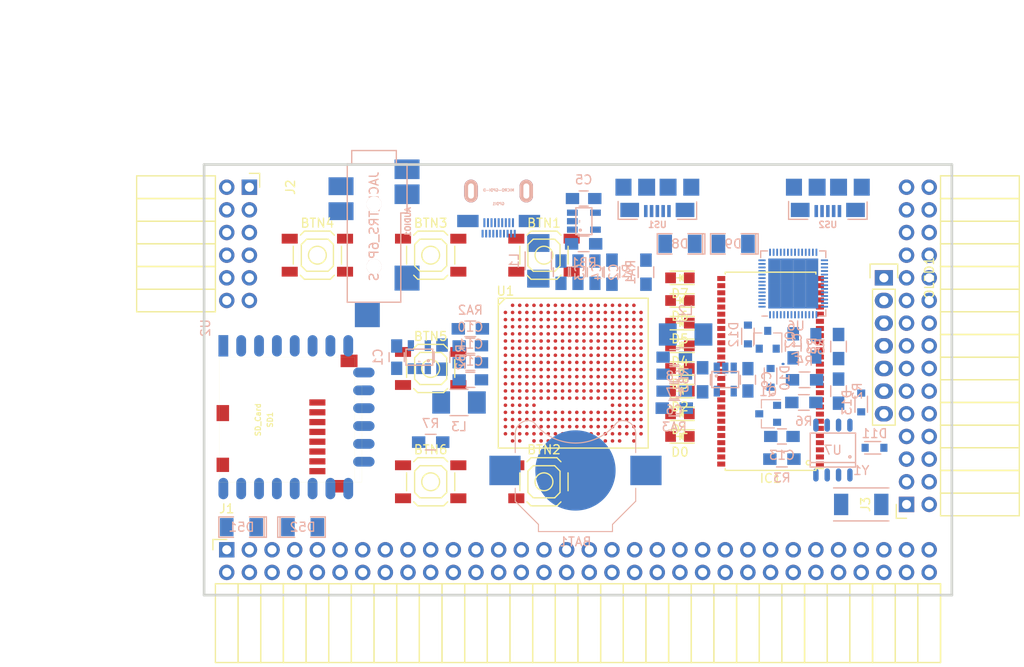
<source format=kicad_pcb>
(kicad_pcb (version 4) (host pcbnew 4.0.5+dfsg1-4)
  (layers (0 F.Cu signal) (1 In1.Cu signal) (2 In2.Cu signal) (31 B.Cu signal) (34 B.Paste user) (35 F.Paste user) (36 B.SilkS user) (37 F.SilkS user) (38 B.Mask user) (39 F.Mask user) (44 Edge.Cuts user))
  (net 0 "")
  (net 1 GND)
  (net 2 +5V)
  (net 3 /gpio/IN5V)
  (net 4 /gpio/OUT5V)
  (net 5 /gpio/P5)
  (net 6 /gpio/P6)
  (net 7 /gpio/P7)
  (net 8 /gpio/P8)
  (net 9 /gpio/P11)
  (net 10 /gpio/P12)
  (net 11 /gpio/P13)
  (net 12 /gpio/P14)
  (net 13 /gpio/P17)
  (net 14 /gpio/P18)
  (net 15 /gpio/P19)
  (net 16 /gpio/P20)
  (net 17 /gpio/P21)
  (net 18 /gpio/P22)
  (net 19 /gpio/P23)
  (net 20 /gpio/P24)
  (net 21 /gpio/P25)
  (net 22 /gpio/P26)
  (net 23 /gpio/P27)
  (net 24 /gpio/P28)
  (net 25 /gpio/P29)
  (net 26 /gpio/P30)
  (net 27 /gpio/P9)
  (net 28 /gpio/P10)
  (net 29 /gpio/P15)
  (net 30 /gpio/P16)
  (net 31 /gpio/P31)
  (net 32 /gpio/P32)
  (net 33 /gpio/P33)
  (net 34 /gpio/P34)
  (net 35 /gpio/P35)
  (net 36 /gpio/P36)
  (net 37 /gpio/P37)
  (net 38 /gpio/P38)
  (net 39 /gpio/P39)
  (net 40 /gpio/P40)
  (net 41 /gpio/P41)
  (net 42 /gpio/P42)
  (net 43 /gpio/P43)
  (net 44 /gpio/P44)
  (net 45 /gpio/P45)
  (net 46 /gpio/P46)
  (net 47 /gpio/P47)
  (net 48 /gpio/P48)
  (net 49 /gpio/P49)
  (net 50 /gpio/P50)
  (net 51 /gpio/P51)
  (net 52 /gpio/P52)
  (net 53 /gpio/P53)
  (net 54 /gpio/P54)
  (net 55 /gpio/P55)
  (net 56 /gpio/P56)
  (net 57 /gpio/P57)
  (net 58 /gpio/P58)
  (net 59 /gpio/P59)
  (net 60 /gpio/P60)
  (net 61 +3V3)
  (net 62 "Net-(L1-Pad1)")
  (net 63 "Net-(L2-Pad1)")
  (net 64 +1V2)
  (net 65 BTN_D)
  (net 66 BTN_F1)
  (net 67 BTN_F2)
  (net 68 BTN_L)
  (net 69 BTN_R)
  (net 70 BTN_U)
  (net 71 "Net-(BTN1-Pad1)")
  (net 72 /power/FB1)
  (net 73 +2V5)
  (net 74 "Net-(L3-Pad1)")
  (net 75 /power/PWREN)
  (net 76 /power/FB3)
  (net 77 /power/FB2)
  (net 78 /usb/USB5V)
  (net 79 "Net-(D9-Pad1)")
  (net 80 "Net-(U6-Pad57)")
  (net 81 /power/VBAT)
  (net 82 "Net-(U7-Pad1)")
  (net 83 "Net-(U7-Pad2)")
  (net 84 SD_3)
  (net 85 SD_MTMS)
  (net 86 SD_MTCK)
  (net 87 SD_MTDO)
  (net 88 SD_MTDI)
  (net 89 JTAG_TDI)
  (net 90 JTAG_TCK)
  (net 91 JTAG_TMS)
  (net 92 JTAG_TDO)
  (net 93 /power/WAKEUPn)
  (net 94 /power/WKUP)
  (net 95 /power/SHUT)
  (net 96 /power/WAKE)
  (net 97 /power/HOLD)
  (net 98 /power/WKn)
  (net 99 "Net-(Q2-Pad1)")
  (module Keystone_3000_1x12mm-CoinCell:Keystone_3000_1x12mm-CoinCell (layer B.Cu) (at 135.73 95.71)
    (fp_text reference BAT1 (at 0 8) (layer B.SilkS) (effects (justify mirror)))
    (fp_text value CR1225)
    (pad 1 smd rect (at -7.9 0) (size 3.5 3.3) (layers B.Cu B.Paste B.Mask) (net 81 /power/VBAT))
    (pad 1 smd rect (at 7.9 0) (size 3.5 3.3) (layers B.Cu B.Paste B.Mask) (net 81 /power/VBAT))
    (pad 2 smd circle (at 0 0) (size 9 9) (layers B.Cu B.Mask) (net 1 GND))
  )
  (module SMD_Packages:SMD-1206_Pol (layer B.Cu) (at 105.149 102.06)
    (fp_text reference D52 (at 0 0) (layer B.SilkS) (effects (justify mirror)))
    (fp_text value 2A)
    (pad 1 smd rect (at -1.651 0) (size 1.524 2.032) (layers B.Cu B.Paste B.Mask) (net 4 /gpio/OUT5V))
    (pad 2 smd rect (at 1.651 0) (size 1.524 2.032) (layers B.Cu B.Paste B.Mask))
  )
  (module SMD_Packages:SMD-1206_Pol (layer B.Cu) (at 98.291 102.06 180)
    (fp_text reference D51 (at 0 0 180) (layer B.SilkS) (effects (justify mirror)))
    (fp_text value 2A)
    (pad 1 smd rect (at -1.651 0 180) (size 1.524 2.032) (layers B.Cu B.Paste B.Mask) (net 2 +5V))
    (pad 2 smd rect (at 1.651 0 180) (size 1.524 2.032) (layers B.Cu B.Paste B.Mask) (net 3 /gpio/IN5V))
  )
  (module micro-sd:MicroSD_TF02D (layer F.Cu) (at 95.8 90.03 90)
    (fp_text reference SD1 (at 0 5.7 90) (layer F.SilkS) (effects (font (size 0.59944 0.59944) (thickness 0.12446))))
    (fp_text value SD_Card (at 0 4.35 90) (layer F.SilkS) (effects (font (size 0.59944 0.59944) (thickness 0.12446))))
    (pad 1 smd rect (at 1.94 11 90) (size 0.7 1.8) (layers F.Cu F.Paste F.Mask) (net 84 SD_3))
    (pad 2 smd rect (at 0.84 11 90) (size 0.7 1.8) (layers F.Cu F.Paste F.Mask) (net 85 SD_MTMS))
    (pad 3 smd rect (at -0.26 11 90) (size 0.7 1.8) (layers F.Cu F.Paste F.Mask) (net 1 GND))
    (pad 4 smd rect (at -1.36 11 90) (size 0.7 1.8) (layers F.Cu F.Paste F.Mask) (net 61 +3V3))
    (pad 5 smd rect (at -2.46 11 90) (size 0.7 1.8) (layers F.Cu F.Paste F.Mask) (net 86 SD_MTCK))
    (pad 6 smd rect (at -3.56 11 90) (size 0.7 1.8) (layers F.Cu F.Paste F.Mask) (net 1 GND))
    (pad 7 smd rect (at -4.66 11 90) (size 0.7 1.8) (layers F.Cu F.Paste F.Mask) (net 87 SD_MTDO))
    (pad 8 smd rect (at -5.76 11 90) (size 0.7 1.8) (layers F.Cu F.Paste F.Mask) (net 88 SD_MTDI))
    (pad S smd rect (at -5.05 0.4 90) (size 1.6 1.4) (layers F.Cu F.Paste F.Mask))
    (pad S smd rect (at 0.75 0.4 90) (size 1.8 1.4) (layers F.Cu F.Paste F.Mask))
    (pad G smd rect (at -7.45 13.55 90) (size 1.4 1.9) (layers F.Cu F.Paste F.Mask))
    (pad G smd rect (at 6.6 14.55 90) (size 1.4 1.9) (layers F.Cu F.Paste F.Mask))
  )
  (module micro-hdmi-d:MICRO-HDMI-D (layer B.Cu) (at 127.12 62.69)
    (fp_text reference GPDI1 (at -0.025 3.125) (layer B.SilkS) (effects (font (size 0.3 0.3) (thickness 0.075)) (justify mirror)))
    (fp_text value MICRO-GPDI-D (at 0 1.6) (layer B.SilkS) (effects (font (size 0.3 0.3) (thickness 0.075)) (justify mirror)))
    (pad 1 smd rect (at 1.8 6.475) (size 0.23 0.85) (layers B.Cu B.Paste B.Mask))
    (pad 3 smd rect (at 1.4 6.475) (size 0.23 0.85) (layers B.Cu B.Paste B.Mask))
    (pad 5 smd rect (at 1 6.475) (size 0.23 0.85) (layers B.Cu B.Paste B.Mask))
    (pad 7 smd rect (at 0.6 6.475) (size 0.23 0.85) (layers B.Cu B.Paste B.Mask) (net 1 GND))
    (pad 9 smd rect (at 0.2 6.475) (size 0.23 0.85) (layers B.Cu B.Paste B.Mask))
    (pad 11 smd rect (at -0.2 6.475) (size 0.23 0.85) (layers B.Cu B.Paste B.Mask))
    (pad 13 smd rect (at -0.6 6.475) (size 0.23 0.85) (layers B.Cu B.Paste B.Mask) (net 1 GND))
    (pad 15 smd rect (at -1 6.475) (size 0.23 0.85) (layers B.Cu B.Paste B.Mask))
    (pad 17 smd rect (at -1.4 6.475) (size 0.23 0.85) (layers B.Cu B.Paste B.Mask))
    (pad 19 smd rect (at -1.8 6.475) (size 0.23 0.85) (layers B.Cu B.Paste B.Mask) (net 2 +5V))
    (pad 2 smd rect (at 1.6 5.25) (size 0.23 1) (layers B.Cu B.Paste B.Mask))
    (pad 4 smd rect (at 1.2 5.25) (size 0.23 1) (layers B.Cu B.Paste B.Mask) (net 1 GND))
    (pad 6 smd rect (at 0.8 5.25) (size 0.23 1) (layers B.Cu B.Paste B.Mask))
    (pad 8 smd rect (at 0.4 5.25) (size 0.23 1) (layers B.Cu B.Paste B.Mask))
    (pad 10 smd rect (at 0 5.25) (size 0.23 1) (layers B.Cu B.Paste B.Mask) (net 1 GND))
    (pad 12 smd rect (at -0.4 5.25) (size 0.23 1) (layers B.Cu B.Paste B.Mask))
    (pad 14 smd rect (at -0.8 5.25) (size 0.23 1) (layers B.Cu B.Paste B.Mask))
    (pad 16 smd rect (at -1.2 5.25) (size 0.23 1) (layers B.Cu B.Paste B.Mask) (net 1 GND))
    (pad 18 smd rect (at -1.6 5.25) (size 0.23 1) (layers B.Cu B.Paste B.Mask))
    (pad SHD smd rect (at 3.45 5.06) (size 2.4 1.38) (layers B.Cu B.Paste B.Mask) (net 1 GND))
    (pad SHD smd rect (at -3.45 5.06) (size 2.4 1.38) (layers B.Cu B.Paste B.Mask) (net 1 GND))
    (pad "" thru_hole oval (at -3.1 1.7) (size 1.5 2.55) (drill oval 0.65 1.7) (layers *.Cu *.Mask B.SilkS))
    (pad "" thru_hole oval (at 3.1 1.7) (size 1.5 2.55) (drill oval 0.65 1.7) (layers *.Cu *.Mask B.SilkS))
  )
  (module Socket_Strips:Socket_Strip_Angled_2x32 (layer F.Cu) (at 96.64 104.6)
    (fp_text reference J1 (at 0 -4.6) (layer F.SilkS))
    (fp_text value CONN_02X32)
    (pad 1 thru_hole rect (at 0 0) (size 1.7272 1.7272) (drill 1.016) (layers *.Cu *.Mask) (net 3 /gpio/IN5V))
    (pad 2 thru_hole oval (at 0 2.54) (size 1.7272 1.7272) (drill 1.016) (layers *.Cu *.Mask) (net 4 /gpio/OUT5V))
    (pad 3 thru_hole oval (at 2.54 0) (size 1.7272 1.7272) (drill 1.016) (layers *.Cu *.Mask) (net 1 GND))
    (pad 4 thru_hole oval (at 2.54 2.54) (size 1.7272 1.7272) (drill 1.016) (layers *.Cu *.Mask) (net 1 GND))
    (pad 5 thru_hole oval (at 5.08 0) (size 1.7272 1.7272) (drill 1.016) (layers *.Cu *.Mask) (net 5 /gpio/P5))
    (pad 6 thru_hole oval (at 5.08 2.54) (size 1.7272 1.7272) (drill 1.016) (layers *.Cu *.Mask) (net 6 /gpio/P6))
    (pad 7 thru_hole oval (at 7.62 0) (size 1.7272 1.7272) (drill 1.016) (layers *.Cu *.Mask) (net 7 /gpio/P7))
    (pad 8 thru_hole oval (at 7.62 2.54) (size 1.7272 1.7272) (drill 1.016) (layers *.Cu *.Mask) (net 8 /gpio/P8))
    (pad 9 thru_hole oval (at 10.16 0) (size 1.7272 1.7272) (drill 1.016) (layers *.Cu *.Mask) (net 27 /gpio/P9))
    (pad 10 thru_hole oval (at 10.16 2.54) (size 1.7272 1.7272) (drill 1.016) (layers *.Cu *.Mask) (net 28 /gpio/P10))
    (pad 11 thru_hole oval (at 12.7 0) (size 1.7272 1.7272) (drill 1.016) (layers *.Cu *.Mask) (net 9 /gpio/P11))
    (pad 12 thru_hole oval (at 12.7 2.54) (size 1.7272 1.7272) (drill 1.016) (layers *.Cu *.Mask) (net 10 /gpio/P12))
    (pad 13 thru_hole oval (at 15.24 0) (size 1.7272 1.7272) (drill 1.016) (layers *.Cu *.Mask) (net 11 /gpio/P13))
    (pad 14 thru_hole oval (at 15.24 2.54) (size 1.7272 1.7272) (drill 1.016) (layers *.Cu *.Mask) (net 12 /gpio/P14))
    (pad 15 thru_hole oval (at 17.78 0) (size 1.7272 1.7272) (drill 1.016) (layers *.Cu *.Mask) (net 29 /gpio/P15))
    (pad 16 thru_hole oval (at 17.78 2.54) (size 1.7272 1.7272) (drill 1.016) (layers *.Cu *.Mask) (net 30 /gpio/P16))
    (pad 17 thru_hole oval (at 20.32 0) (size 1.7272 1.7272) (drill 1.016) (layers *.Cu *.Mask) (net 13 /gpio/P17))
    (pad 18 thru_hole oval (at 20.32 2.54) (size 1.7272 1.7272) (drill 1.016) (layers *.Cu *.Mask) (net 14 /gpio/P18))
    (pad 19 thru_hole oval (at 22.86 0) (size 1.7272 1.7272) (drill 1.016) (layers *.Cu *.Mask) (net 15 /gpio/P19))
    (pad 20 thru_hole oval (at 22.86 2.54) (size 1.7272 1.7272) (drill 1.016) (layers *.Cu *.Mask) (net 16 /gpio/P20))
    (pad 21 thru_hole oval (at 25.4 0) (size 1.7272 1.7272) (drill 1.016) (layers *.Cu *.Mask) (net 17 /gpio/P21))
    (pad 22 thru_hole oval (at 25.4 2.54) (size 1.7272 1.7272) (drill 1.016) (layers *.Cu *.Mask) (net 18 /gpio/P22))
    (pad 23 thru_hole oval (at 27.94 0) (size 1.7272 1.7272) (drill 1.016) (layers *.Cu *.Mask) (net 19 /gpio/P23))
    (pad 24 thru_hole oval (at 27.94 2.54) (size 1.7272 1.7272) (drill 1.016) (layers *.Cu *.Mask) (net 20 /gpio/P24))
    (pad 25 thru_hole oval (at 30.48 0) (size 1.7272 1.7272) (drill 1.016) (layers *.Cu *.Mask) (net 21 /gpio/P25))
    (pad 26 thru_hole oval (at 30.48 2.54) (size 1.7272 1.7272) (drill 1.016) (layers *.Cu *.Mask) (net 22 /gpio/P26))
    (pad 27 thru_hole oval (at 33.02 0) (size 1.7272 1.7272) (drill 1.016) (layers *.Cu *.Mask) (net 23 /gpio/P27))
    (pad 28 thru_hole oval (at 33.02 2.54) (size 1.7272 1.7272) (drill 1.016) (layers *.Cu *.Mask) (net 24 /gpio/P28))
    (pad 29 thru_hole oval (at 35.56 0) (size 1.7272 1.7272) (drill 1.016) (layers *.Cu *.Mask) (net 25 /gpio/P29))
    (pad 30 thru_hole oval (at 35.56 2.54) (size 1.7272 1.7272) (drill 1.016) (layers *.Cu *.Mask) (net 26 /gpio/P30))
    (pad 31 thru_hole oval (at 38.1 0) (size 1.7272 1.7272) (drill 1.016) (layers *.Cu *.Mask) (net 31 /gpio/P31))
    (pad 32 thru_hole oval (at 38.1 2.54) (size 1.7272 1.7272) (drill 1.016) (layers *.Cu *.Mask) (net 32 /gpio/P32))
    (pad 33 thru_hole oval (at 40.64 0) (size 1.7272 1.7272) (drill 1.016) (layers *.Cu *.Mask) (net 33 /gpio/P33))
    (pad 34 thru_hole oval (at 40.64 2.54) (size 1.7272 1.7272) (drill 1.016) (layers *.Cu *.Mask) (net 34 /gpio/P34))
    (pad 35 thru_hole oval (at 43.18 0) (size 1.7272 1.7272) (drill 1.016) (layers *.Cu *.Mask) (net 35 /gpio/P35))
    (pad 36 thru_hole oval (at 43.18 2.54) (size 1.7272 1.7272) (drill 1.016) (layers *.Cu *.Mask) (net 36 /gpio/P36))
    (pad 37 thru_hole oval (at 45.72 0) (size 1.7272 1.7272) (drill 1.016) (layers *.Cu *.Mask) (net 37 /gpio/P37))
    (pad 38 thru_hole oval (at 45.72 2.54) (size 1.7272 1.7272) (drill 1.016) (layers *.Cu *.Mask) (net 38 /gpio/P38))
    (pad 39 thru_hole oval (at 48.26 0) (size 1.7272 1.7272) (drill 1.016) (layers *.Cu *.Mask) (net 39 /gpio/P39))
    (pad 40 thru_hole oval (at 48.26 2.54) (size 1.7272 1.7272) (drill 1.016) (layers *.Cu *.Mask) (net 40 /gpio/P40))
    (pad 41 thru_hole oval (at 50.8 0) (size 1.7272 1.7272) (drill 1.016) (layers *.Cu *.Mask) (net 41 /gpio/P41))
    (pad 42 thru_hole oval (at 50.8 2.54) (size 1.7272 1.7272) (drill 1.016) (layers *.Cu *.Mask) (net 42 /gpio/P42))
    (pad 43 thru_hole oval (at 53.34 0) (size 1.7272 1.7272) (drill 1.016) (layers *.Cu *.Mask) (net 43 /gpio/P43))
    (pad 44 thru_hole oval (at 53.34 2.54) (size 1.7272 1.7272) (drill 1.016) (layers *.Cu *.Mask) (net 44 /gpio/P44))
    (pad 45 thru_hole oval (at 55.88 0) (size 1.7272 1.7272) (drill 1.016) (layers *.Cu *.Mask) (net 45 /gpio/P45))
    (pad 46 thru_hole oval (at 55.88 2.54) (size 1.7272 1.7272) (drill 1.016) (layers *.Cu *.Mask) (net 46 /gpio/P46))
    (pad 47 thru_hole oval (at 58.42 0) (size 1.7272 1.7272) (drill 1.016) (layers *.Cu *.Mask) (net 47 /gpio/P47))
    (pad 48 thru_hole oval (at 58.42 2.54) (size 1.7272 1.7272) (drill 1.016) (layers *.Cu *.Mask) (net 48 /gpio/P48))
    (pad 49 thru_hole oval (at 60.96 0) (size 1.7272 1.7272) (drill 1.016) (layers *.Cu *.Mask) (net 49 /gpio/P49))
    (pad 50 thru_hole oval (at 60.96 2.54) (size 1.7272 1.7272) (drill 1.016) (layers *.Cu *.Mask) (net 50 /gpio/P50))
    (pad 51 thru_hole oval (at 63.5 0) (size 1.7272 1.7272) (drill 1.016) (layers *.Cu *.Mask) (net 51 /gpio/P51))
    (pad 52 thru_hole oval (at 63.5 2.54) (size 1.7272 1.7272) (drill 1.016) (layers *.Cu *.Mask) (net 52 /gpio/P52))
    (pad 53 thru_hole oval (at 66.04 0) (size 1.7272 1.7272) (drill 1.016) (layers *.Cu *.Mask) (net 53 /gpio/P53))
    (pad 54 thru_hole oval (at 66.04 2.54) (size 1.7272 1.7272) (drill 1.016) (layers *.Cu *.Mask) (net 54 /gpio/P54))
    (pad 55 thru_hole oval (at 68.58 0) (size 1.7272 1.7272) (drill 1.016) (layers *.Cu *.Mask) (net 55 /gpio/P55))
    (pad 56 thru_hole oval (at 68.58 2.54) (size 1.7272 1.7272) (drill 1.016) (layers *.Cu *.Mask) (net 56 /gpio/P56))
    (pad 57 thru_hole oval (at 71.12 0) (size 1.7272 1.7272) (drill 1.016) (layers *.Cu *.Mask) (net 57 /gpio/P57))
    (pad 58 thru_hole oval (at 71.12 2.54) (size 1.7272 1.7272) (drill 1.016) (layers *.Cu *.Mask) (net 58 /gpio/P58))
    (pad 59 thru_hole oval (at 73.66 0) (size 1.7272 1.7272) (drill 1.016) (layers *.Cu *.Mask) (net 59 /gpio/P59))
    (pad 60 thru_hole oval (at 73.66 2.54) (size 1.7272 1.7272) (drill 1.016) (layers *.Cu *.Mask) (net 60 /gpio/P60))
    (pad 61 thru_hole oval (at 76.2 0) (size 1.7272 1.7272) (drill 1.016) (layers *.Cu *.Mask) (net 1 GND))
    (pad 62 thru_hole oval (at 76.2 2.54) (size 1.7272 1.7272) (drill 1.016) (layers *.Cu *.Mask) (net 1 GND))
    (pad 63 thru_hole oval (at 78.74 0) (size 1.7272 1.7272) (drill 1.016) (layers *.Cu *.Mask) (net 61 +3V3))
    (pad 64 thru_hole oval (at 78.74 2.54) (size 1.7272 1.7272) (drill 1.016) (layers *.Cu *.Mask) (net 61 +3V3))
  )
  (module Socket_Strips:Socket_Strip_Angled_2x15 (layer F.Cu) (at 172.84 99.52 90)
    (fp_text reference J3 (at 0 -4.6 90) (layer F.SilkS))
    (fp_text value CONN_02X15)
    (pad 1 thru_hole rect (at 0 0 90) (size 1.7272 1.7272) (drill 1.016) (layers *.Cu *.Mask) (net 61 +3V3))
    (pad 2 thru_hole oval (at 0 2.54 90) (size 1.7272 1.7272) (drill 1.016) (layers *.Cu *.Mask) (net 61 +3V3))
    (pad 3 thru_hole oval (at 2.54 0 90) (size 1.7272 1.7272) (drill 1.016) (layers *.Cu *.Mask) (net 1 GND))
    (pad 4 thru_hole oval (at 2.54 2.54 90) (size 1.7272 1.7272) (drill 1.016) (layers *.Cu *.Mask) (net 1 GND))
    (pad 5 thru_hole oval (at 5.08 0 90) (size 1.7272 1.7272) (drill 1.016) (layers *.Cu *.Mask))
    (pad 6 thru_hole oval (at 5.08 2.54 90) (size 1.7272 1.7272) (drill 1.016) (layers *.Cu *.Mask))
    (pad 7 thru_hole oval (at 7.62 0 90) (size 1.7272 1.7272) (drill 1.016) (layers *.Cu *.Mask))
    (pad 8 thru_hole oval (at 7.62 2.54 90) (size 1.7272 1.7272) (drill 1.016) (layers *.Cu *.Mask))
    (pad 9 thru_hole oval (at 10.16 0 90) (size 1.7272 1.7272) (drill 1.016) (layers *.Cu *.Mask))
    (pad 10 thru_hole oval (at 10.16 2.54 90) (size 1.7272 1.7272) (drill 1.016) (layers *.Cu *.Mask))
    (pad 11 thru_hole oval (at 12.7 0 90) (size 1.7272 1.7272) (drill 1.016) (layers *.Cu *.Mask))
    (pad 12 thru_hole oval (at 12.7 2.54 90) (size 1.7272 1.7272) (drill 1.016) (layers *.Cu *.Mask))
    (pad 13 thru_hole oval (at 15.24 0 90) (size 1.7272 1.7272) (drill 1.016) (layers *.Cu *.Mask))
    (pad 14 thru_hole oval (at 15.24 2.54 90) (size 1.7272 1.7272) (drill 1.016) (layers *.Cu *.Mask))
    (pad 15 thru_hole oval (at 17.78 0 90) (size 1.7272 1.7272) (drill 1.016) (layers *.Cu *.Mask))
    (pad 16 thru_hole oval (at 17.78 2.54 90) (size 1.7272 1.7272) (drill 1.016) (layers *.Cu *.Mask))
    (pad 17 thru_hole oval (at 20.32 0 90) (size 1.7272 1.7272) (drill 1.016) (layers *.Cu *.Mask))
    (pad 18 thru_hole oval (at 20.32 2.54 90) (size 1.7272 1.7272) (drill 1.016) (layers *.Cu *.Mask))
    (pad 19 thru_hole oval (at 22.86 0 90) (size 1.7272 1.7272) (drill 1.016) (layers *.Cu *.Mask) (net 61 +3V3))
    (pad 20 thru_hole oval (at 22.86 2.54 90) (size 1.7272 1.7272) (drill 1.016) (layers *.Cu *.Mask) (net 61 +3V3))
    (pad 21 thru_hole oval (at 25.4 0 90) (size 1.7272 1.7272) (drill 1.016) (layers *.Cu *.Mask) (net 1 GND))
    (pad 22 thru_hole oval (at 25.4 2.54 90) (size 1.7272 1.7272) (drill 1.016) (layers *.Cu *.Mask) (net 1 GND))
    (pad 23 thru_hole oval (at 27.94 0 90) (size 1.7272 1.7272) (drill 1.016) (layers *.Cu *.Mask))
    (pad 24 thru_hole oval (at 27.94 2.54 90) (size 1.7272 1.7272) (drill 1.016) (layers *.Cu *.Mask))
    (pad 25 thru_hole oval (at 30.48 0 90) (size 1.7272 1.7272) (drill 1.016) (layers *.Cu *.Mask))
    (pad 26 thru_hole oval (at 30.48 2.54 90) (size 1.7272 1.7272) (drill 1.016) (layers *.Cu *.Mask))
    (pad 27 thru_hole oval (at 33.02 0 90) (size 1.7272 1.7272) (drill 1.016) (layers *.Cu *.Mask))
    (pad 28 thru_hole oval (at 33.02 2.54 90) (size 1.7272 1.7272) (drill 1.016) (layers *.Cu *.Mask))
    (pad 29 thru_hole oval (at 35.56 0 90) (size 1.7272 1.7272) (drill 1.016) (layers *.Cu *.Mask))
    (pad 30 thru_hole oval (at 35.56 2.54 90) (size 1.7272 1.7272) (drill 1.016) (layers *.Cu *.Mask))
  )
  (module Socket_Strips:Socket_Strip_Angled_2x06 (layer F.Cu) (at 99.18 63.96 270)
    (fp_text reference J2 (at 0 -4.6 270) (layer F.SilkS))
    (fp_text value CONN_02X06)
    (pad 1 thru_hole rect (at 0 0 270) (size 1.7272 1.7272) (drill 1.016) (layers *.Cu *.Mask) (net 61 +3V3))
    (pad 2 thru_hole oval (at 0 2.54 270) (size 1.7272 1.7272) (drill 1.016) (layers *.Cu *.Mask) (net 61 +3V3))
    (pad 3 thru_hole oval (at 2.54 0 270) (size 1.7272 1.7272) (drill 1.016) (layers *.Cu *.Mask) (net 1 GND))
    (pad 4 thru_hole oval (at 2.54 2.54 270) (size 1.7272 1.7272) (drill 1.016) (layers *.Cu *.Mask) (net 1 GND))
    (pad 5 thru_hole oval (at 5.08 0 270) (size 1.7272 1.7272) (drill 1.016) (layers *.Cu *.Mask))
    (pad 6 thru_hole oval (at 5.08 2.54 270) (size 1.7272 1.7272) (drill 1.016) (layers *.Cu *.Mask))
    (pad 7 thru_hole oval (at 7.62 0 270) (size 1.7272 1.7272) (drill 1.016) (layers *.Cu *.Mask))
    (pad 8 thru_hole oval (at 7.62 2.54 270) (size 1.7272 1.7272) (drill 1.016) (layers *.Cu *.Mask))
    (pad 9 thru_hole oval (at 10.16 0 270) (size 1.7272 1.7272) (drill 1.016) (layers *.Cu *.Mask))
    (pad 10 thru_hole oval (at 10.16 2.54 270) (size 1.7272 1.7272) (drill 1.016) (layers *.Cu *.Mask))
    (pad 11 thru_hole oval (at 12.7 0 270) (size 1.7272 1.7272) (drill 1.016) (layers *.Cu *.Mask))
    (pad 12 thru_hole oval (at 12.7 2.54 270) (size 1.7272 1.7272) (drill 1.016) (layers *.Cu *.Mask))
  )
  (module lfe5bg381:BGA-381_pitch0.8mm_dia0.4mm (layer F.Cu) (at 135.48 84.8)
    (fp_text reference U1 (at -7.6 -9.2) (layer F.SilkS))
    (fp_text value LFE5U-25F-6BG381C)
    (pad A2 smd circle (at -6.8 -7.6) (size 0.4 0.4) (layers F.Cu F.Paste F.Mask))
    (pad A3 smd circle (at -6 -7.6) (size 0.4 0.4) (layers F.Cu F.Paste F.Mask))
    (pad A4 smd circle (at -5.2 -7.6) (size 0.4 0.4) (layers F.Cu F.Paste F.Mask))
    (pad A5 smd circle (at -4.4 -7.6) (size 0.4 0.4) (layers F.Cu F.Paste F.Mask))
    (pad A6 smd circle (at -3.6 -7.6) (size 0.4 0.4) (layers F.Cu F.Paste F.Mask) (net 24 /gpio/P28))
    (pad A7 smd circle (at -2.8 -7.6) (size 0.4 0.4) (layers F.Cu F.Paste F.Mask) (net 30 /gpio/P16))
    (pad A8 smd circle (at -2 -7.6) (size 0.4 0.4) (layers F.Cu F.Paste F.Mask) (net 29 /gpio/P15))
    (pad A9 smd circle (at -1.2 -7.6) (size 0.4 0.4) (layers F.Cu F.Paste F.Mask) (net 28 /gpio/P10))
    (pad A10 smd circle (at -0.4 -7.6) (size 0.4 0.4) (layers F.Cu F.Paste F.Mask) (net 7 /gpio/P7))
    (pad A11 smd circle (at 0.4 -7.6) (size 0.4 0.4) (layers F.Cu F.Paste F.Mask) (net 8 /gpio/P8))
    (pad A12 smd circle (at 1.2 -7.6) (size 0.4 0.4) (layers F.Cu F.Paste F.Mask) (net 54 /gpio/P54))
    (pad A13 smd circle (at 2 -7.6) (size 0.4 0.4) (layers F.Cu F.Paste F.Mask) (net 53 /gpio/P53))
    (pad A14 smd circle (at 2.8 -7.6) (size 0.4 0.4) (layers F.Cu F.Paste F.Mask) (net 48 /gpio/P48))
    (pad A15 smd circle (at 3.6 -7.6) (size 0.4 0.4) (layers F.Cu F.Paste F.Mask))
    (pad A16 smd circle (at 4.4 -7.6) (size 0.4 0.4) (layers F.Cu F.Paste F.Mask) (net 40 /gpio/P40))
    (pad A17 smd circle (at 5.2 -7.6) (size 0.4 0.4) (layers F.Cu F.Paste F.Mask) (net 34 /gpio/P34))
    (pad A18 smd circle (at 6 -7.6) (size 0.4 0.4) (layers F.Cu F.Paste F.Mask) (net 32 /gpio/P32))
    (pad A19 smd circle (at 6.8 -7.6) (size 0.4 0.4) (layers F.Cu F.Paste F.Mask) (net 26 /gpio/P30))
    (pad B1 smd circle (at -7.6 -6.8) (size 0.4 0.4) (layers F.Cu F.Paste F.Mask))
    (pad B2 smd circle (at -6.8 -6.8) (size 0.4 0.4) (layers F.Cu F.Paste F.Mask))
    (pad B3 smd circle (at -6 -6.8) (size 0.4 0.4) (layers F.Cu F.Paste F.Mask))
    (pad B4 smd circle (at -5.2 -6.8) (size 0.4 0.4) (layers F.Cu F.Paste F.Mask))
    (pad B5 smd circle (at -4.4 -6.8) (size 0.4 0.4) (layers F.Cu F.Paste F.Mask))
    (pad B6 smd circle (at -3.6 -6.8) (size 0.4 0.4) (layers F.Cu F.Paste F.Mask) (net 23 /gpio/P27))
    (pad B7 smd circle (at -2.8 -6.8) (size 0.4 0.4) (layers F.Cu F.Paste F.Mask) (net 1 GND))
    (pad B8 smd circle (at -2 -6.8) (size 0.4 0.4) (layers F.Cu F.Paste F.Mask) (net 13 /gpio/P17))
    (pad B9 smd circle (at -1.2 -6.8) (size 0.4 0.4) (layers F.Cu F.Paste F.Mask) (net 10 /gpio/P12))
    (pad B10 smd circle (at -0.4 -6.8) (size 0.4 0.4) (layers F.Cu F.Paste F.Mask) (net 27 /gpio/P9))
    (pad B11 smd circle (at 0.4 -6.8) (size 0.4 0.4) (layers F.Cu F.Paste F.Mask) (net 5 /gpio/P5))
    (pad B12 smd circle (at 1.2 -6.8) (size 0.4 0.4) (layers F.Cu F.Paste F.Mask) (net 58 /gpio/P58))
    (pad B13 smd circle (at 2 -6.8) (size 0.4 0.4) (layers F.Cu F.Paste F.Mask) (net 52 /gpio/P52))
    (pad B14 smd circle (at 2.8 -6.8) (size 0.4 0.4) (layers F.Cu F.Paste F.Mask) (net 1 GND))
    (pad B15 smd circle (at 3.6 -6.8) (size 0.4 0.4) (layers F.Cu F.Paste F.Mask) (net 44 /gpio/P44))
    (pad B16 smd circle (at 4.4 -6.8) (size 0.4 0.4) (layers F.Cu F.Paste F.Mask) (net 39 /gpio/P39))
    (pad B17 smd circle (at 5.2 -6.8) (size 0.4 0.4) (layers F.Cu F.Paste F.Mask) (net 36 /gpio/P36))
    (pad B18 smd circle (at 6 -6.8) (size 0.4 0.4) (layers F.Cu F.Paste F.Mask) (net 33 /gpio/P33))
    (pad B19 smd circle (at 6.8 -6.8) (size 0.4 0.4) (layers F.Cu F.Paste F.Mask) (net 31 /gpio/P31))
    (pad B20 smd circle (at 7.6 -6.8) (size 0.4 0.4) (layers F.Cu F.Paste F.Mask) (net 25 /gpio/P29))
    (pad C1 smd circle (at -7.6 -6) (size 0.4 0.4) (layers F.Cu F.Paste F.Mask))
    (pad C2 smd circle (at -6.8 -6) (size 0.4 0.4) (layers F.Cu F.Paste F.Mask))
    (pad C3 smd circle (at -6 -6) (size 0.4 0.4) (layers F.Cu F.Paste F.Mask))
    (pad C4 smd circle (at -5.2 -6) (size 0.4 0.4) (layers F.Cu F.Paste F.Mask))
    (pad C5 smd circle (at -4.4 -6) (size 0.4 0.4) (layers F.Cu F.Paste F.Mask))
    (pad C6 smd circle (at -3.6 -6) (size 0.4 0.4) (layers F.Cu F.Paste F.Mask) (net 18 /gpio/P22))
    (pad C7 smd circle (at -2.8 -6) (size 0.4 0.4) (layers F.Cu F.Paste F.Mask) (net 17 /gpio/P21))
    (pad C8 smd circle (at -2 -6) (size 0.4 0.4) (layers F.Cu F.Paste F.Mask) (net 14 /gpio/P18))
    (pad C9 smd circle (at -1.2 -6) (size 0.4 0.4) (layers F.Cu F.Paste F.Mask))
    (pad C10 smd circle (at -0.4 -6) (size 0.4 0.4) (layers F.Cu F.Paste F.Mask) (net 9 /gpio/P11))
    (pad C11 smd circle (at 0.4 -6) (size 0.4 0.4) (layers F.Cu F.Paste F.Mask) (net 6 /gpio/P6))
    (pad C12 smd circle (at 1.2 -6) (size 0.4 0.4) (layers F.Cu F.Paste F.Mask) (net 57 /gpio/P57))
    (pad C13 smd circle (at 2 -6) (size 0.4 0.4) (layers F.Cu F.Paste F.Mask) (net 51 /gpio/P51))
    (pad C14 smd circle (at 2.8 -6) (size 0.4 0.4) (layers F.Cu F.Paste F.Mask) (net 47 /gpio/P47))
    (pad C15 smd circle (at 3.6 -6) (size 0.4 0.4) (layers F.Cu F.Paste F.Mask) (net 43 /gpio/P43))
    (pad C16 smd circle (at 4.4 -6) (size 0.4 0.4) (layers F.Cu F.Paste F.Mask) (net 38 /gpio/P38))
    (pad C17 smd circle (at 5.2 -6) (size 0.4 0.4) (layers F.Cu F.Paste F.Mask) (net 35 /gpio/P35))
    (pad C18 smd circle (at 6 -6) (size 0.4 0.4) (layers F.Cu F.Paste F.Mask))
    (pad C19 smd circle (at 6.8 -6) (size 0.4 0.4) (layers F.Cu F.Paste F.Mask) (net 1 GND))
    (pad C20 smd circle (at 7.6 -6) (size 0.4 0.4) (layers F.Cu F.Paste F.Mask))
    (pad D1 smd circle (at -7.6 -5.2) (size 0.4 0.4) (layers F.Cu F.Paste F.Mask))
    (pad D2 smd circle (at -6.8 -5.2) (size 0.4 0.4) (layers F.Cu F.Paste F.Mask))
    (pad D3 smd circle (at -6 -5.2) (size 0.4 0.4) (layers F.Cu F.Paste F.Mask))
    (pad D4 smd circle (at -5.2 -5.2) (size 0.4 0.4) (layers F.Cu F.Paste F.Mask) (net 1 GND))
    (pad D5 smd circle (at -4.4 -5.2) (size 0.4 0.4) (layers F.Cu F.Paste F.Mask))
    (pad D6 smd circle (at -3.6 -5.2) (size 0.4 0.4) (layers F.Cu F.Paste F.Mask) (net 21 /gpio/P25))
    (pad D7 smd circle (at -2.8 -5.2) (size 0.4 0.4) (layers F.Cu F.Paste F.Mask) (net 19 /gpio/P23))
    (pad D8 smd circle (at -2 -5.2) (size 0.4 0.4) (layers F.Cu F.Paste F.Mask) (net 15 /gpio/P19))
    (pad D9 smd circle (at -1.2 -5.2) (size 0.4 0.4) (layers F.Cu F.Paste F.Mask) (net 12 /gpio/P14))
    (pad D10 smd circle (at -0.4 -5.2) (size 0.4 0.4) (layers F.Cu F.Paste F.Mask))
    (pad D11 smd circle (at 0.4 -5.2) (size 0.4 0.4) (layers F.Cu F.Paste F.Mask) (net 60 /gpio/P60))
    (pad D12 smd circle (at 1.2 -5.2) (size 0.4 0.4) (layers F.Cu F.Paste F.Mask) (net 56 /gpio/P56))
    (pad D13 smd circle (at 2 -5.2) (size 0.4 0.4) (layers F.Cu F.Paste F.Mask) (net 50 /gpio/P50))
    (pad D14 smd circle (at 2.8 -5.2) (size 0.4 0.4) (layers F.Cu F.Paste F.Mask) (net 46 /gpio/P46))
    (pad D15 smd circle (at 3.6 -5.2) (size 0.4 0.4) (layers F.Cu F.Paste F.Mask) (net 42 /gpio/P42))
    (pad D16 smd circle (at 4.4 -5.2) (size 0.4 0.4) (layers F.Cu F.Paste F.Mask) (net 37 /gpio/P37))
    (pad D17 smd circle (at 5.2 -5.2) (size 0.4 0.4) (layers F.Cu F.Paste F.Mask))
    (pad D18 smd circle (at 6 -5.2) (size 0.4 0.4) (layers F.Cu F.Paste F.Mask))
    (pad D19 smd circle (at 6.8 -5.2) (size 0.4 0.4) (layers F.Cu F.Paste F.Mask))
    (pad D20 smd circle (at 7.6 -5.2) (size 0.4 0.4) (layers F.Cu F.Paste F.Mask))
    (pad E1 smd circle (at -7.6 -4.4) (size 0.4 0.4) (layers F.Cu F.Paste F.Mask))
    (pad E2 smd circle (at -6.8 -4.4) (size 0.4 0.4) (layers F.Cu F.Paste F.Mask))
    (pad E3 smd circle (at -6 -4.4) (size 0.4 0.4) (layers F.Cu F.Paste F.Mask))
    (pad E4 smd circle (at -5.2 -4.4) (size 0.4 0.4) (layers F.Cu F.Paste F.Mask))
    (pad E5 smd circle (at -4.4 -4.4) (size 0.4 0.4) (layers F.Cu F.Paste F.Mask))
    (pad E6 smd circle (at -3.6 -4.4) (size 0.4 0.4) (layers F.Cu F.Paste F.Mask) (net 22 /gpio/P26))
    (pad E7 smd circle (at -2.8 -4.4) (size 0.4 0.4) (layers F.Cu F.Paste F.Mask) (net 20 /gpio/P24))
    (pad E8 smd circle (at -2 -4.4) (size 0.4 0.4) (layers F.Cu F.Paste F.Mask) (net 16 /gpio/P20))
    (pad E9 smd circle (at -1.2 -4.4) (size 0.4 0.4) (layers F.Cu F.Paste F.Mask) (net 11 /gpio/P13))
    (pad E10 smd circle (at -0.4 -4.4) (size 0.4 0.4) (layers F.Cu F.Paste F.Mask))
    (pad E11 smd circle (at 0.4 -4.4) (size 0.4 0.4) (layers F.Cu F.Paste F.Mask) (net 59 /gpio/P59))
    (pad E12 smd circle (at 1.2 -4.4) (size 0.4 0.4) (layers F.Cu F.Paste F.Mask) (net 55 /gpio/P55))
    (pad E13 smd circle (at 2 -4.4) (size 0.4 0.4) (layers F.Cu F.Paste F.Mask) (net 49 /gpio/P49))
    (pad E14 smd circle (at 2.8 -4.4) (size 0.4 0.4) (layers F.Cu F.Paste F.Mask) (net 45 /gpio/P45))
    (pad E15 smd circle (at 3.6 -4.4) (size 0.4 0.4) (layers F.Cu F.Paste F.Mask) (net 41 /gpio/P41))
    (pad E16 smd circle (at 4.4 -4.4) (size 0.4 0.4) (layers F.Cu F.Paste F.Mask))
    (pad E17 smd circle (at 5.2 -4.4) (size 0.4 0.4) (layers F.Cu F.Paste F.Mask))
    (pad E18 smd circle (at 6 -4.4) (size 0.4 0.4) (layers F.Cu F.Paste F.Mask))
    (pad E19 smd circle (at 6.8 -4.4) (size 0.4 0.4) (layers F.Cu F.Paste F.Mask))
    (pad E20 smd circle (at 7.6 -4.4) (size 0.4 0.4) (layers F.Cu F.Paste F.Mask))
    (pad F1 smd circle (at -7.6 -3.6) (size 0.4 0.4) (layers F.Cu F.Paste F.Mask))
    (pad F2 smd circle (at -6.8 -3.6) (size 0.4 0.4) (layers F.Cu F.Paste F.Mask))
    (pad F3 smd circle (at -6 -3.6) (size 0.4 0.4) (layers F.Cu F.Paste F.Mask))
    (pad F4 smd circle (at -5.2 -3.6) (size 0.4 0.4) (layers F.Cu F.Paste F.Mask))
    (pad F5 smd circle (at -4.4 -3.6) (size 0.4 0.4) (layers F.Cu F.Paste F.Mask))
    (pad F6 smd circle (at -3.6 -3.6) (size 0.4 0.4) (layers F.Cu F.Paste F.Mask) (net 73 +2V5))
    (pad F7 smd circle (at -2.8 -3.6) (size 0.4 0.4) (layers F.Cu F.Paste F.Mask) (net 1 GND))
    (pad F8 smd circle (at -2 -3.6) (size 0.4 0.4) (layers F.Cu F.Paste F.Mask) (net 1 GND))
    (pad F9 smd circle (at -1.2 -3.6) (size 0.4 0.4) (layers F.Cu F.Paste F.Mask) (net 61 +3V3))
    (pad F10 smd circle (at -0.4 -3.6) (size 0.4 0.4) (layers F.Cu F.Paste F.Mask) (net 61 +3V3))
    (pad F11 smd circle (at 0.4 -3.6) (size 0.4 0.4) (layers F.Cu F.Paste F.Mask) (net 61 +3V3))
    (pad F12 smd circle (at 1.2 -3.6) (size 0.4 0.4) (layers F.Cu F.Paste F.Mask) (net 61 +3V3))
    (pad F13 smd circle (at 2 -3.6) (size 0.4 0.4) (layers F.Cu F.Paste F.Mask) (net 1 GND))
    (pad F14 smd circle (at 2.8 -3.6) (size 0.4 0.4) (layers F.Cu F.Paste F.Mask) (net 1 GND))
    (pad F15 smd circle (at 3.6 -3.6) (size 0.4 0.4) (layers F.Cu F.Paste F.Mask) (net 73 +2V5))
    (pad F16 smd circle (at 4.4 -3.6) (size 0.4 0.4) (layers F.Cu F.Paste F.Mask))
    (pad F17 smd circle (at 5.2 -3.6) (size 0.4 0.4) (layers F.Cu F.Paste F.Mask))
    (pad F18 smd circle (at 6 -3.6) (size 0.4 0.4) (layers F.Cu F.Paste F.Mask))
    (pad F19 smd circle (at 6.8 -3.6) (size 0.4 0.4) (layers F.Cu F.Paste F.Mask))
    (pad F20 smd circle (at 7.6 -3.6) (size 0.4 0.4) (layers F.Cu F.Paste F.Mask))
    (pad G1 smd circle (at -7.6 -2.8) (size 0.4 0.4) (layers F.Cu F.Paste F.Mask))
    (pad G2 smd circle (at -6.8 -2.8) (size 0.4 0.4) (layers F.Cu F.Paste F.Mask))
    (pad G3 smd circle (at -6 -2.8) (size 0.4 0.4) (layers F.Cu F.Paste F.Mask))
    (pad G4 smd circle (at -5.2 -2.8) (size 0.4 0.4) (layers F.Cu F.Paste F.Mask) (net 1 GND))
    (pad G5 smd circle (at -4.4 -2.8) (size 0.4 0.4) (layers F.Cu F.Paste F.Mask))
    (pad G6 smd circle (at -3.6 -2.8) (size 0.4 0.4) (layers F.Cu F.Paste F.Mask) (net 1 GND))
    (pad G7 smd circle (at -2.8 -2.8) (size 0.4 0.4) (layers F.Cu F.Paste F.Mask) (net 1 GND))
    (pad G8 smd circle (at -2 -2.8) (size 0.4 0.4) (layers F.Cu F.Paste F.Mask) (net 1 GND))
    (pad G9 smd circle (at -1.2 -2.8) (size 0.4 0.4) (layers F.Cu F.Paste F.Mask) (net 1 GND))
    (pad G10 smd circle (at -0.4 -2.8) (size 0.4 0.4) (layers F.Cu F.Paste F.Mask) (net 1 GND))
    (pad G11 smd circle (at 0.4 -2.8) (size 0.4 0.4) (layers F.Cu F.Paste F.Mask) (net 1 GND))
    (pad G12 smd circle (at 1.2 -2.8) (size 0.4 0.4) (layers F.Cu F.Paste F.Mask) (net 1 GND))
    (pad G13 smd circle (at 2 -2.8) (size 0.4 0.4) (layers F.Cu F.Paste F.Mask) (net 1 GND))
    (pad G14 smd circle (at 2.8 -2.8) (size 0.4 0.4) (layers F.Cu F.Paste F.Mask) (net 1 GND))
    (pad G15 smd circle (at 3.6 -2.8) (size 0.4 0.4) (layers F.Cu F.Paste F.Mask) (net 1 GND))
    (pad G16 smd circle (at 4.4 -2.8) (size 0.4 0.4) (layers F.Cu F.Paste F.Mask))
    (pad G17 smd circle (at 5.2 -2.8) (size 0.4 0.4) (layers F.Cu F.Paste F.Mask) (net 1 GND))
    (pad G18 smd circle (at 6 -2.8) (size 0.4 0.4) (layers F.Cu F.Paste F.Mask))
    (pad G19 smd circle (at 6.8 -2.8) (size 0.4 0.4) (layers F.Cu F.Paste F.Mask))
    (pad G20 smd circle (at 7.6 -2.8) (size 0.4 0.4) (layers F.Cu F.Paste F.Mask))
    (pad H1 smd circle (at -7.6 -2) (size 0.4 0.4) (layers F.Cu F.Paste F.Mask))
    (pad H2 smd circle (at -6.8 -2) (size 0.4 0.4) (layers F.Cu F.Paste F.Mask))
    (pad H3 smd circle (at -6 -2) (size 0.4 0.4) (layers F.Cu F.Paste F.Mask))
    (pad H4 smd circle (at -5.2 -2) (size 0.4 0.4) (layers F.Cu F.Paste F.Mask))
    (pad H5 smd circle (at -4.4 -2) (size 0.4 0.4) (layers F.Cu F.Paste F.Mask))
    (pad H6 smd circle (at -3.6 -2) (size 0.4 0.4) (layers F.Cu F.Paste F.Mask) (net 61 +3V3))
    (pad H7 smd circle (at -2.8 -2) (size 0.4 0.4) (layers F.Cu F.Paste F.Mask) (net 61 +3V3))
    (pad H8 smd circle (at -2 -2) (size 0.4 0.4) (layers F.Cu F.Paste F.Mask) (net 64 +1V2))
    (pad H9 smd circle (at -1.2 -2) (size 0.4 0.4) (layers F.Cu F.Paste F.Mask) (net 64 +1V2))
    (pad H10 smd circle (at -0.4 -2) (size 0.4 0.4) (layers F.Cu F.Paste F.Mask) (net 64 +1V2))
    (pad H11 smd circle (at 0.4 -2) (size 0.4 0.4) (layers F.Cu F.Paste F.Mask) (net 64 +1V2))
    (pad H12 smd circle (at 1.2 -2) (size 0.4 0.4) (layers F.Cu F.Paste F.Mask) (net 64 +1V2))
    (pad H13 smd circle (at 2 -2) (size 0.4 0.4) (layers F.Cu F.Paste F.Mask) (net 64 +1V2))
    (pad H14 smd circle (at 2.8 -2) (size 0.4 0.4) (layers F.Cu F.Paste F.Mask) (net 61 +3V3))
    (pad H15 smd circle (at 3.6 -2) (size 0.4 0.4) (layers F.Cu F.Paste F.Mask) (net 61 +3V3))
    (pad H16 smd circle (at 4.4 -2) (size 0.4 0.4) (layers F.Cu F.Paste F.Mask))
    (pad H17 smd circle (at 5.2 -2) (size 0.4 0.4) (layers F.Cu F.Paste F.Mask))
    (pad H18 smd circle (at 6 -2) (size 0.4 0.4) (layers F.Cu F.Paste F.Mask))
    (pad H19 smd circle (at 6.8 -2) (size 0.4 0.4) (layers F.Cu F.Paste F.Mask) (net 1 GND))
    (pad H20 smd circle (at 7.6 -2) (size 0.4 0.4) (layers F.Cu F.Paste F.Mask))
    (pad J1 smd circle (at -7.6 -1.2) (size 0.4 0.4) (layers F.Cu F.Paste F.Mask))
    (pad J2 smd circle (at -6.8 -1.2) (size 0.4 0.4) (layers F.Cu F.Paste F.Mask) (net 1 GND))
    (pad J3 smd circle (at -6 -1.2) (size 0.4 0.4) (layers F.Cu F.Paste F.Mask))
    (pad J4 smd circle (at -5.2 -1.2) (size 0.4 0.4) (layers F.Cu F.Paste F.Mask))
    (pad J5 smd circle (at -4.4 -1.2) (size 0.4 0.4) (layers F.Cu F.Paste F.Mask))
    (pad J6 smd circle (at -3.6 -1.2) (size 0.4 0.4) (layers F.Cu F.Paste F.Mask) (net 61 +3V3))
    (pad J7 smd circle (at -2.8 -1.2) (size 0.4 0.4) (layers F.Cu F.Paste F.Mask) (net 1 GND))
    (pad J8 smd circle (at -2 -1.2) (size 0.4 0.4) (layers F.Cu F.Paste F.Mask) (net 64 +1V2))
    (pad J9 smd circle (at -1.2 -1.2) (size 0.4 0.4) (layers F.Cu F.Paste F.Mask) (net 1 GND))
    (pad J10 smd circle (at -0.4 -1.2) (size 0.4 0.4) (layers F.Cu F.Paste F.Mask) (net 1 GND))
    (pad J11 smd circle (at 0.4 -1.2) (size 0.4 0.4) (layers F.Cu F.Paste F.Mask) (net 1 GND))
    (pad J12 smd circle (at 1.2 -1.2) (size 0.4 0.4) (layers F.Cu F.Paste F.Mask) (net 1 GND))
    (pad J13 smd circle (at 2 -1.2) (size 0.4 0.4) (layers F.Cu F.Paste F.Mask) (net 64 +1V2))
    (pad J14 smd circle (at 2.8 -1.2) (size 0.4 0.4) (layers F.Cu F.Paste F.Mask) (net 1 GND))
    (pad J15 smd circle (at 3.6 -1.2) (size 0.4 0.4) (layers F.Cu F.Paste F.Mask) (net 61 +3V3))
    (pad J16 smd circle (at 4.4 -1.2) (size 0.4 0.4) (layers F.Cu F.Paste F.Mask))
    (pad J17 smd circle (at 5.2 -1.2) (size 0.4 0.4) (layers F.Cu F.Paste F.Mask))
    (pad J18 smd circle (at 6 -1.2) (size 0.4 0.4) (layers F.Cu F.Paste F.Mask))
    (pad J19 smd circle (at 6.8 -1.2) (size 0.4 0.4) (layers F.Cu F.Paste F.Mask))
    (pad J20 smd circle (at 7.6 -1.2) (size 0.4 0.4) (layers F.Cu F.Paste F.Mask))
    (pad K1 smd circle (at -7.6 -0.4) (size 0.4 0.4) (layers F.Cu F.Paste F.Mask))
    (pad K2 smd circle (at -6.8 -0.4) (size 0.4 0.4) (layers F.Cu F.Paste F.Mask))
    (pad K3 smd circle (at -6 -0.4) (size 0.4 0.4) (layers F.Cu F.Paste F.Mask))
    (pad K4 smd circle (at -5.2 -0.4) (size 0.4 0.4) (layers F.Cu F.Paste F.Mask))
    (pad K5 smd circle (at -4.4 -0.4) (size 0.4 0.4) (layers F.Cu F.Paste F.Mask))
    (pad K6 smd circle (at -3.6 -0.4) (size 0.4 0.4) (layers F.Cu F.Paste F.Mask) (net 1 GND))
    (pad K7 smd circle (at -2.8 -0.4) (size 0.4 0.4) (layers F.Cu F.Paste F.Mask) (net 1 GND))
    (pad K8 smd circle (at -2 -0.4) (size 0.4 0.4) (layers F.Cu F.Paste F.Mask) (net 64 +1V2))
    (pad K9 smd circle (at -1.2 -0.4) (size 0.4 0.4) (layers F.Cu F.Paste F.Mask) (net 1 GND))
    (pad K10 smd circle (at -0.4 -0.4) (size 0.4 0.4) (layers F.Cu F.Paste F.Mask) (net 1 GND))
    (pad K11 smd circle (at 0.4 -0.4) (size 0.4 0.4) (layers F.Cu F.Paste F.Mask) (net 1 GND))
    (pad K12 smd circle (at 1.2 -0.4) (size 0.4 0.4) (layers F.Cu F.Paste F.Mask) (net 1 GND))
    (pad K13 smd circle (at 2 -0.4) (size 0.4 0.4) (layers F.Cu F.Paste F.Mask) (net 64 +1V2))
    (pad K14 smd circle (at 2.8 -0.4) (size 0.4 0.4) (layers F.Cu F.Paste F.Mask) (net 1 GND))
    (pad K15 smd circle (at 3.6 -0.4) (size 0.4 0.4) (layers F.Cu F.Paste F.Mask) (net 1 GND))
    (pad K16 smd circle (at 4.4 -0.4) (size 0.4 0.4) (layers F.Cu F.Paste F.Mask))
    (pad K17 smd circle (at 5.2 -0.4) (size 0.4 0.4) (layers F.Cu F.Paste F.Mask))
    (pad K18 smd circle (at 6 -0.4) (size 0.4 0.4) (layers F.Cu F.Paste F.Mask))
    (pad K19 smd circle (at 6.8 -0.4) (size 0.4 0.4) (layers F.Cu F.Paste F.Mask))
    (pad K20 smd circle (at 7.6 -0.4) (size 0.4 0.4) (layers F.Cu F.Paste F.Mask))
    (pad L1 smd circle (at -7.6 0.4) (size 0.4 0.4) (layers F.Cu F.Paste F.Mask))
    (pad L2 smd circle (at -6.8 0.4) (size 0.4 0.4) (layers F.Cu F.Paste F.Mask))
    (pad L3 smd circle (at -6 0.4) (size 0.4 0.4) (layers F.Cu F.Paste F.Mask))
    (pad L4 smd circle (at -5.2 0.4) (size 0.4 0.4) (layers F.Cu F.Paste F.Mask))
    (pad L5 smd circle (at -4.4 0.4) (size 0.4 0.4) (layers F.Cu F.Paste F.Mask))
    (pad L6 smd circle (at -3.6 0.4) (size 0.4 0.4) (layers F.Cu F.Paste F.Mask) (net 61 +3V3))
    (pad L7 smd circle (at -2.8 0.4) (size 0.4 0.4) (layers F.Cu F.Paste F.Mask) (net 61 +3V3))
    (pad L8 smd circle (at -2 0.4) (size 0.4 0.4) (layers F.Cu F.Paste F.Mask) (net 64 +1V2))
    (pad L9 smd circle (at -1.2 0.4) (size 0.4 0.4) (layers F.Cu F.Paste F.Mask) (net 1 GND))
    (pad L10 smd circle (at -0.4 0.4) (size 0.4 0.4) (layers F.Cu F.Paste F.Mask) (net 1 GND))
    (pad L11 smd circle (at 0.4 0.4) (size 0.4 0.4) (layers F.Cu F.Paste F.Mask) (net 1 GND))
    (pad L12 smd circle (at 1.2 0.4) (size 0.4 0.4) (layers F.Cu F.Paste F.Mask) (net 1 GND))
    (pad L13 smd circle (at 2 0.4) (size 0.4 0.4) (layers F.Cu F.Paste F.Mask) (net 64 +1V2))
    (pad L14 smd circle (at 2.8 0.4) (size 0.4 0.4) (layers F.Cu F.Paste F.Mask) (net 61 +3V3))
    (pad L15 smd circle (at 3.6 0.4) (size 0.4 0.4) (layers F.Cu F.Paste F.Mask) (net 61 +3V3))
    (pad L16 smd circle (at 4.4 0.4) (size 0.4 0.4) (layers F.Cu F.Paste F.Mask))
    (pad L17 smd circle (at 5.2 0.4) (size 0.4 0.4) (layers F.Cu F.Paste F.Mask))
    (pad L18 smd circle (at 6 0.4) (size 0.4 0.4) (layers F.Cu F.Paste F.Mask))
    (pad L19 smd circle (at 6.8 0.4) (size 0.4 0.4) (layers F.Cu F.Paste F.Mask))
    (pad L20 smd circle (at 7.6 0.4) (size 0.4 0.4) (layers F.Cu F.Paste F.Mask))
    (pad M1 smd circle (at -7.6 1.2) (size 0.4 0.4) (layers F.Cu F.Paste F.Mask))
    (pad M2 smd circle (at -6.8 1.2) (size 0.4 0.4) (layers F.Cu F.Paste F.Mask) (net 1 GND))
    (pad M3 smd circle (at -6 1.2) (size 0.4 0.4) (layers F.Cu F.Paste F.Mask))
    (pad M4 smd circle (at -5.2 1.2) (size 0.4 0.4) (layers F.Cu F.Paste F.Mask))
    (pad M5 smd circle (at -4.4 1.2) (size 0.4 0.4) (layers F.Cu F.Paste F.Mask))
    (pad M6 smd circle (at -3.6 1.2) (size 0.4 0.4) (layers F.Cu F.Paste F.Mask) (net 61 +3V3))
    (pad M7 smd circle (at -2.8 1.2) (size 0.4 0.4) (layers F.Cu F.Paste F.Mask) (net 1 GND))
    (pad M8 smd circle (at -2 1.2) (size 0.4 0.4) (layers F.Cu F.Paste F.Mask) (net 64 +1V2))
    (pad M9 smd circle (at -1.2 1.2) (size 0.4 0.4) (layers F.Cu F.Paste F.Mask) (net 1 GND))
    (pad M10 smd circle (at -0.4 1.2) (size 0.4 0.4) (layers F.Cu F.Paste F.Mask) (net 1 GND))
    (pad M11 smd circle (at 0.4 1.2) (size 0.4 0.4) (layers F.Cu F.Paste F.Mask) (net 1 GND))
    (pad M12 smd circle (at 1.2 1.2) (size 0.4 0.4) (layers F.Cu F.Paste F.Mask) (net 1 GND))
    (pad M13 smd circle (at 2 1.2) (size 0.4 0.4) (layers F.Cu F.Paste F.Mask) (net 64 +1V2))
    (pad M14 smd circle (at 2.8 1.2) (size 0.4 0.4) (layers F.Cu F.Paste F.Mask) (net 1 GND))
    (pad M15 smd circle (at 3.6 1.2) (size 0.4 0.4) (layers F.Cu F.Paste F.Mask) (net 61 +3V3))
    (pad M16 smd circle (at 4.4 1.2) (size 0.4 0.4) (layers F.Cu F.Paste F.Mask) (net 1 GND))
    (pad M17 smd circle (at 5.2 1.2) (size 0.4 0.4) (layers F.Cu F.Paste F.Mask))
    (pad M18 smd circle (at 6 1.2) (size 0.4 0.4) (layers F.Cu F.Paste F.Mask))
    (pad M19 smd circle (at 6.8 1.2) (size 0.4 0.4) (layers F.Cu F.Paste F.Mask))
    (pad M20 smd circle (at 7.6 1.2) (size 0.4 0.4) (layers F.Cu F.Paste F.Mask))
    (pad N1 smd circle (at -7.6 2) (size 0.4 0.4) (layers F.Cu F.Paste F.Mask))
    (pad N2 smd circle (at -6.8 2) (size 0.4 0.4) (layers F.Cu F.Paste F.Mask))
    (pad N3 smd circle (at -6 2) (size 0.4 0.4) (layers F.Cu F.Paste F.Mask))
    (pad N4 smd circle (at -5.2 2) (size 0.4 0.4) (layers F.Cu F.Paste F.Mask))
    (pad N5 smd circle (at -4.4 2) (size 0.4 0.4) (layers F.Cu F.Paste F.Mask))
    (pad N6 smd circle (at -3.6 2) (size 0.4 0.4) (layers F.Cu F.Paste F.Mask) (net 1 GND))
    (pad N7 smd circle (at -2.8 2) (size 0.4 0.4) (layers F.Cu F.Paste F.Mask) (net 1 GND))
    (pad N8 smd circle (at -2 2) (size 0.4 0.4) (layers F.Cu F.Paste F.Mask) (net 64 +1V2))
    (pad N9 smd circle (at -1.2 2) (size 0.4 0.4) (layers F.Cu F.Paste F.Mask) (net 64 +1V2))
    (pad N10 smd circle (at -0.4 2) (size 0.4 0.4) (layers F.Cu F.Paste F.Mask) (net 64 +1V2))
    (pad N11 smd circle (at 0.4 2) (size 0.4 0.4) (layers F.Cu F.Paste F.Mask) (net 64 +1V2))
    (pad N12 smd circle (at 1.2 2) (size 0.4 0.4) (layers F.Cu F.Paste F.Mask) (net 64 +1V2))
    (pad N13 smd circle (at 2 2) (size 0.4 0.4) (layers F.Cu F.Paste F.Mask) (net 64 +1V2))
    (pad N14 smd circle (at 2.8 2) (size 0.4 0.4) (layers F.Cu F.Paste F.Mask) (net 1 GND))
    (pad N15 smd circle (at 3.6 2) (size 0.4 0.4) (layers F.Cu F.Paste F.Mask) (net 1 GND))
    (pad N16 smd circle (at 4.4 2) (size 0.4 0.4) (layers F.Cu F.Paste F.Mask))
    (pad N17 smd circle (at 5.2 2) (size 0.4 0.4) (layers F.Cu F.Paste F.Mask))
    (pad N18 smd circle (at 6 2) (size 0.4 0.4) (layers F.Cu F.Paste F.Mask))
    (pad N19 smd circle (at 6.8 2) (size 0.4 0.4) (layers F.Cu F.Paste F.Mask))
    (pad N20 smd circle (at 7.6 2) (size 0.4 0.4) (layers F.Cu F.Paste F.Mask))
    (pad P1 smd circle (at -7.6 2.8) (size 0.4 0.4) (layers F.Cu F.Paste F.Mask))
    (pad P2 smd circle (at -6.8 2.8) (size 0.4 0.4) (layers F.Cu F.Paste F.Mask))
    (pad P3 smd circle (at -6 2.8) (size 0.4 0.4) (layers F.Cu F.Paste F.Mask))
    (pad P4 smd circle (at -5.2 2.8) (size 0.4 0.4) (layers F.Cu F.Paste F.Mask))
    (pad P5 smd circle (at -4.4 2.8) (size 0.4 0.4) (layers F.Cu F.Paste F.Mask))
    (pad P6 smd circle (at -3.6 2.8) (size 0.4 0.4) (layers F.Cu F.Paste F.Mask) (net 73 +2V5))
    (pad P7 smd circle (at -2.8 2.8) (size 0.4 0.4) (layers F.Cu F.Paste F.Mask) (net 1 GND))
    (pad P8 smd circle (at -2 2.8) (size 0.4 0.4) (layers F.Cu F.Paste F.Mask) (net 1 GND))
    (pad P9 smd circle (at -1.2 2.8) (size 0.4 0.4) (layers F.Cu F.Paste F.Mask) (net 61 +3V3))
    (pad P10 smd circle (at -0.4 2.8) (size 0.4 0.4) (layers F.Cu F.Paste F.Mask) (net 61 +3V3))
    (pad P11 smd circle (at 0.4 2.8) (size 0.4 0.4) (layers F.Cu F.Paste F.Mask) (net 1 GND))
    (pad P12 smd circle (at 1.2 2.8) (size 0.4 0.4) (layers F.Cu F.Paste F.Mask) (net 1 GND))
    (pad P13 smd circle (at 2 2.8) (size 0.4 0.4) (layers F.Cu F.Paste F.Mask) (net 1 GND))
    (pad P14 smd circle (at 2.8 2.8) (size 0.4 0.4) (layers F.Cu F.Paste F.Mask) (net 1 GND))
    (pad P15 smd circle (at 3.6 2.8) (size 0.4 0.4) (layers F.Cu F.Paste F.Mask) (net 73 +2V5))
    (pad P16 smd circle (at 4.4 2.8) (size 0.4 0.4) (layers F.Cu F.Paste F.Mask))
    (pad P17 smd circle (at 5.2 2.8) (size 0.4 0.4) (layers F.Cu F.Paste F.Mask))
    (pad P18 smd circle (at 6 2.8) (size 0.4 0.4) (layers F.Cu F.Paste F.Mask))
    (pad P19 smd circle (at 6.8 2.8) (size 0.4 0.4) (layers F.Cu F.Paste F.Mask))
    (pad P20 smd circle (at 7.6 2.8) (size 0.4 0.4) (layers F.Cu F.Paste F.Mask))
    (pad R1 smd circle (at -7.6 3.6) (size 0.4 0.4) (layers F.Cu F.Paste F.Mask))
    (pad R2 smd circle (at -6.8 3.6) (size 0.4 0.4) (layers F.Cu F.Paste F.Mask))
    (pad R3 smd circle (at -6 3.6) (size 0.4 0.4) (layers F.Cu F.Paste F.Mask))
    (pad R4 smd circle (at -5.2 3.6) (size 0.4 0.4) (layers F.Cu F.Paste F.Mask))
    (pad R5 smd circle (at -4.4 3.6) (size 0.4 0.4) (layers F.Cu F.Paste F.Mask) (net 89 JTAG_TDI))
    (pad R16 smd circle (at 4.4 3.6) (size 0.4 0.4) (layers F.Cu F.Paste F.Mask))
    (pad R17 smd circle (at 5.2 3.6) (size 0.4 0.4) (layers F.Cu F.Paste F.Mask))
    (pad R18 smd circle (at 6 3.6) (size 0.4 0.4) (layers F.Cu F.Paste F.Mask))
    (pad R19 smd circle (at 6.8 3.6) (size 0.4 0.4) (layers F.Cu F.Paste F.Mask) (net 1 GND))
    (pad R20 smd circle (at 7.6 3.6) (size 0.4 0.4) (layers F.Cu F.Paste F.Mask))
    (pad T1 smd circle (at -7.6 4.4) (size 0.4 0.4) (layers F.Cu F.Paste F.Mask))
    (pad T2 smd circle (at -6.8 4.4) (size 0.4 0.4) (layers F.Cu F.Paste F.Mask))
    (pad T3 smd circle (at -6 4.4) (size 0.4 0.4) (layers F.Cu F.Paste F.Mask))
    (pad T4 smd circle (at -5.2 4.4) (size 0.4 0.4) (layers F.Cu F.Paste F.Mask))
    (pad T5 smd circle (at -4.4 4.4) (size 0.4 0.4) (layers F.Cu F.Paste F.Mask) (net 90 JTAG_TCK))
    (pad T6 smd circle (at -3.6 4.4) (size 0.4 0.4) (layers F.Cu F.Paste F.Mask) (net 1 GND))
    (pad T7 smd circle (at -2.8 4.4) (size 0.4 0.4) (layers F.Cu F.Paste F.Mask) (net 1 GND))
    (pad T8 smd circle (at -2 4.4) (size 0.4 0.4) (layers F.Cu F.Paste F.Mask) (net 1 GND))
    (pad T9 smd circle (at -1.2 4.4) (size 0.4 0.4) (layers F.Cu F.Paste F.Mask) (net 1 GND))
    (pad T10 smd circle (at -0.4 4.4) (size 0.4 0.4) (layers F.Cu F.Paste F.Mask) (net 1 GND))
    (pad T11 smd circle (at 0.4 4.4) (size 0.4 0.4) (layers F.Cu F.Paste F.Mask))
    (pad T12 smd circle (at 1.2 4.4) (size 0.4 0.4) (layers F.Cu F.Paste F.Mask))
    (pad T13 smd circle (at 2 4.4) (size 0.4 0.4) (layers F.Cu F.Paste F.Mask))
    (pad T14 smd circle (at 2.8 4.4) (size 0.4 0.4) (layers F.Cu F.Paste F.Mask))
    (pad T15 smd circle (at 3.6 4.4) (size 0.4 0.4) (layers F.Cu F.Paste F.Mask))
    (pad T16 smd circle (at 4.4 4.4) (size 0.4 0.4) (layers F.Cu F.Paste F.Mask))
    (pad T17 smd circle (at 5.2 4.4) (size 0.4 0.4) (layers F.Cu F.Paste F.Mask))
    (pad T18 smd circle (at 6 4.4) (size 0.4 0.4) (layers F.Cu F.Paste F.Mask))
    (pad T19 smd circle (at 6.8 4.4) (size 0.4 0.4) (layers F.Cu F.Paste F.Mask))
    (pad T20 smd circle (at 7.6 4.4) (size 0.4 0.4) (layers F.Cu F.Paste F.Mask))
    (pad U1 smd circle (at -7.6 5.2) (size 0.4 0.4) (layers F.Cu F.Paste F.Mask))
    (pad U2 smd circle (at -6.8 5.2) (size 0.4 0.4) (layers F.Cu F.Paste F.Mask))
    (pad U3 smd circle (at -6 5.2) (size 0.4 0.4) (layers F.Cu F.Paste F.Mask))
    (pad U4 smd circle (at -5.2 5.2) (size 0.4 0.4) (layers F.Cu F.Paste F.Mask))
    (pad U5 smd circle (at -4.4 5.2) (size 0.4 0.4) (layers F.Cu F.Paste F.Mask) (net 91 JTAG_TMS))
    (pad U6 smd circle (at -3.6 5.2) (size 0.4 0.4) (layers F.Cu F.Paste F.Mask) (net 1 GND))
    (pad U7 smd circle (at -2.8 5.2) (size 0.4 0.4) (layers F.Cu F.Paste F.Mask) (net 1 GND))
    (pad U8 smd circle (at -2 5.2) (size 0.4 0.4) (layers F.Cu F.Paste F.Mask) (net 1 GND))
    (pad U9 smd circle (at -1.2 5.2) (size 0.4 0.4) (layers F.Cu F.Paste F.Mask) (net 1 GND))
    (pad U10 smd circle (at -0.4 5.2) (size 0.4 0.4) (layers F.Cu F.Paste F.Mask) (net 1 GND))
    (pad U11 smd circle (at 0.4 5.2) (size 0.4 0.4) (layers F.Cu F.Paste F.Mask) (net 1 GND))
    (pad U12 smd circle (at 1.2 5.2) (size 0.4 0.4) (layers F.Cu F.Paste F.Mask) (net 1 GND))
    (pad U13 smd circle (at 2 5.2) (size 0.4 0.4) (layers F.Cu F.Paste F.Mask) (net 1 GND))
    (pad U14 smd circle (at 2.8 5.2) (size 0.4 0.4) (layers F.Cu F.Paste F.Mask) (net 1 GND))
    (pad U15 smd circle (at 3.6 5.2) (size 0.4 0.4) (layers F.Cu F.Paste F.Mask))
    (pad U16 smd circle (at 4.4 5.2) (size 0.4 0.4) (layers F.Cu F.Paste F.Mask))
    (pad U17 smd circle (at 5.2 5.2) (size 0.4 0.4) (layers F.Cu F.Paste F.Mask))
    (pad U18 smd circle (at 6 5.2) (size 0.4 0.4) (layers F.Cu F.Paste F.Mask))
    (pad U19 smd circle (at 6.8 5.2) (size 0.4 0.4) (layers F.Cu F.Paste F.Mask))
    (pad U20 smd circle (at 7.6 5.2) (size 0.4 0.4) (layers F.Cu F.Paste F.Mask))
    (pad V1 smd circle (at -7.6 6) (size 0.4 0.4) (layers F.Cu F.Paste F.Mask))
    (pad V2 smd circle (at -6.8 6) (size 0.4 0.4) (layers F.Cu F.Paste F.Mask))
    (pad V3 smd circle (at -6 6) (size 0.4 0.4) (layers F.Cu F.Paste F.Mask))
    (pad V4 smd circle (at -5.2 6) (size 0.4 0.4) (layers F.Cu F.Paste F.Mask) (net 92 JTAG_TDO))
    (pad V5 smd circle (at -4.4 6) (size 0.4 0.4) (layers F.Cu F.Paste F.Mask) (net 1 GND))
    (pad V6 smd circle (at -3.6 6) (size 0.4 0.4) (layers F.Cu F.Paste F.Mask) (net 1 GND))
    (pad V7 smd circle (at -2.8 6) (size 0.4 0.4) (layers F.Cu F.Paste F.Mask) (net 1 GND))
    (pad V8 smd circle (at -2 6) (size 0.4 0.4) (layers F.Cu F.Paste F.Mask) (net 1 GND))
    (pad V9 smd circle (at -1.2 6) (size 0.4 0.4) (layers F.Cu F.Paste F.Mask) (net 1 GND))
    (pad V10 smd circle (at -0.4 6) (size 0.4 0.4) (layers F.Cu F.Paste F.Mask) (net 1 GND))
    (pad V11 smd circle (at 0.4 6) (size 0.4 0.4) (layers F.Cu F.Paste F.Mask) (net 1 GND))
    (pad V12 smd circle (at 1.2 6) (size 0.4 0.4) (layers F.Cu F.Paste F.Mask) (net 1 GND))
    (pad V13 smd circle (at 2 6) (size 0.4 0.4) (layers F.Cu F.Paste F.Mask) (net 1 GND))
    (pad V14 smd circle (at 2.8 6) (size 0.4 0.4) (layers F.Cu F.Paste F.Mask) (net 1 GND))
    (pad V15 smd circle (at 3.6 6) (size 0.4 0.4) (layers F.Cu F.Paste F.Mask) (net 1 GND))
    (pad V16 smd circle (at 4.4 6) (size 0.4 0.4) (layers F.Cu F.Paste F.Mask) (net 1 GND))
    (pad V17 smd circle (at 5.2 6) (size 0.4 0.4) (layers F.Cu F.Paste F.Mask))
    (pad V18 smd circle (at 6 6) (size 0.4 0.4) (layers F.Cu F.Paste F.Mask))
    (pad V19 smd circle (at 6.8 6) (size 0.4 0.4) (layers F.Cu F.Paste F.Mask) (net 1 GND))
    (pad V20 smd circle (at 7.6 6) (size 0.4 0.4) (layers F.Cu F.Paste F.Mask) (net 1 GND))
    (pad W1 smd circle (at -7.6 6.8) (size 0.4 0.4) (layers F.Cu F.Paste F.Mask))
    (pad W2 smd circle (at -6.8 6.8) (size 0.4 0.4) (layers F.Cu F.Paste F.Mask))
    (pad W3 smd circle (at -6 6.8) (size 0.4 0.4) (layers F.Cu F.Paste F.Mask))
    (pad W4 smd circle (at -5.2 6.8) (size 0.4 0.4) (layers F.Cu F.Paste F.Mask))
    (pad W5 smd circle (at -4.4 6.8) (size 0.4 0.4) (layers F.Cu F.Paste F.Mask))
    (pad W6 smd circle (at -3.6 6.8) (size 0.4 0.4) (layers F.Cu F.Paste F.Mask) (net 1 GND))
    (pad W7 smd circle (at -2.8 6.8) (size 0.4 0.4) (layers F.Cu F.Paste F.Mask) (net 1 GND))
    (pad W8 smd circle (at -2 6.8) (size 0.4 0.4) (layers F.Cu F.Paste F.Mask))
    (pad W9 smd circle (at -1.2 6.8) (size 0.4 0.4) (layers F.Cu F.Paste F.Mask))
    (pad W10 smd circle (at -0.4 6.8) (size 0.4 0.4) (layers F.Cu F.Paste F.Mask))
    (pad W11 smd circle (at 0.4 6.8) (size 0.4 0.4) (layers F.Cu F.Paste F.Mask))
    (pad W12 smd circle (at 1.2 6.8) (size 0.4 0.4) (layers F.Cu F.Paste F.Mask) (net 1 GND))
    (pad W13 smd circle (at 2 6.8) (size 0.4 0.4) (layers F.Cu F.Paste F.Mask))
    (pad W14 smd circle (at 2.8 6.8) (size 0.4 0.4) (layers F.Cu F.Paste F.Mask))
    (pad W15 smd circle (at 3.6 6.8) (size 0.4 0.4) (layers F.Cu F.Paste F.Mask) (net 1 GND))
    (pad W16 smd circle (at 4.4 6.8) (size 0.4 0.4) (layers F.Cu F.Paste F.Mask) (net 1 GND))
    (pad W17 smd circle (at 5.2 6.8) (size 0.4 0.4) (layers F.Cu F.Paste F.Mask))
    (pad W18 smd circle (at 6 6.8) (size 0.4 0.4) (layers F.Cu F.Paste F.Mask))
    (pad W19 smd circle (at 6.8 6.8) (size 0.4 0.4) (layers F.Cu F.Paste F.Mask) (net 1 GND))
    (pad W20 smd circle (at 7.6 6.8) (size 0.4 0.4) (layers F.Cu F.Paste F.Mask))
    (pad Y2 smd circle (at -6.8 7.6) (size 0.4 0.4) (layers F.Cu F.Paste F.Mask))
    (pad Y3 smd circle (at -6 7.6) (size 0.4 0.4) (layers F.Cu F.Paste F.Mask))
    (pad Y5 smd circle (at -4.4 7.6) (size 0.4 0.4) (layers F.Cu F.Paste F.Mask) (net 1 GND))
    (pad Y6 smd circle (at -3.6 7.6) (size 0.4 0.4) (layers F.Cu F.Paste F.Mask) (net 1 GND))
    (pad Y7 smd circle (at -2.8 7.6) (size 0.4 0.4) (layers F.Cu F.Paste F.Mask) (net 1 GND))
    (pad Y8 smd circle (at -2 7.6) (size 0.4 0.4) (layers F.Cu F.Paste F.Mask) (net 1 GND))
    (pad Y11 smd circle (at 0.4 7.6) (size 0.4 0.4) (layers F.Cu F.Paste F.Mask) (net 1 GND))
    (pad Y12 smd circle (at 1.2 7.6) (size 0.4 0.4) (layers F.Cu F.Paste F.Mask) (net 1 GND))
    (pad Y14 smd circle (at 2.8 7.6) (size 0.4 0.4) (layers F.Cu F.Paste F.Mask))
    (pad Y15 smd circle (at 3.6 7.6) (size 0.4 0.4) (layers F.Cu F.Paste F.Mask))
    (pad Y16 smd circle (at 4.4 7.6) (size 0.4 0.4) (layers F.Cu F.Paste F.Mask))
    (pad Y17 smd circle (at 5.2 7.6) (size 0.4 0.4) (layers F.Cu F.Paste F.Mask))
    (pad Y19 smd circle (at 6.8 7.6) (size 0.4 0.4) (layers F.Cu F.Paste F.Mask))
  )
  (module Capacitors_SMD:C_0805_HandSoldering (layer B.Cu) (at 137.915 73.485 90)
    (fp_text reference C2 (at 0 2.1 90) (layer B.SilkS) (effects (justify mirror)))
    (fp_text value 470pF)
    (pad 1 smd rect (at -1.25 0 90) (size 1.5 1.25) (layers B.Cu B.Paste B.Mask) (net 64 +1V2))
    (pad 2 smd rect (at 1.25 0 90) (size 1.5 1.25) (layers B.Cu B.Paste B.Mask) (net 72 /power/FB1))
  )
  (module Resistors_SMD:R_1210_HandSoldering (layer B.Cu) (at 131.565 72.215 270)
    (fp_text reference L1 (at 0 2.7 270) (layer B.SilkS) (effects (justify mirror)))
    (fp_text value 2.2uH)
    (pad 1 smd rect (at -2 0 270) (size 2 2.5) (layers B.Cu B.Paste B.Mask) (net 62 "Net-(L1-Pad1)"))
    (pad 2 smd rect (at 2 0 270) (size 2 2.5) (layers B.Cu B.Paste B.Mask) (net 64 +1V2))
  )
  (module Resistors_SMD:R_0805_HandSoldering (layer B.Cu) (at 139.82 73.485 90)
    (fp_text reference RA1 (at 0 2.1 90) (layer B.SilkS) (effects (justify mirror)))
    (fp_text value 15k)
    (pad 1 smd rect (at -1.35 0 90) (size 1.5 1.3) (layers B.Cu B.Paste B.Mask) (net 64 +1V2))
    (pad 2 smd rect (at 1.35 0 90) (size 1.5 1.3) (layers B.Cu B.Paste B.Mask) (net 72 /power/FB1))
  )
  (module Resistors_SMD:R_0805_HandSoldering (layer B.Cu) (at 136.645 70.31)
    (fp_text reference RB1 (at 0 2.1) (layer B.SilkS) (effects (justify mirror)))
    (fp_text value 15k)
    (pad 1 smd rect (at -1.35 0) (size 1.5 1.3) (layers B.Cu B.Paste B.Mask) (net 1 GND))
    (pad 2 smd rect (at 1.35 0) (size 1.5 1.3) (layers B.Cu B.Paste B.Mask) (net 72 /power/FB1))
  )
  (module TSOT-25:TSOT-25 (layer B.Cu) (at 136.675 67.77 90)
    (fp_text reference U3 (at 0 -0.5 90) (layer B.SilkS) (effects (font (size 0.15 0.15) (thickness 0.0375)) (justify mirror)))
    (fp_text value AP3429A)
    (pad 1 smd rect (at -0.95 -1.3 90) (size 0.7 1.2) (layers B.Cu B.Paste B.Mask) (net 75 /power/PWREN))
    (pad 2 smd rect (at 0 -1.3 90) (size 0.7 1.2) (layers B.Cu B.Paste B.Mask) (net 1 GND))
    (pad 3 smd rect (at 0.95 -1.3 90) (size 0.7 1.2) (layers B.Cu B.Paste B.Mask) (net 62 "Net-(L1-Pad1)"))
    (pad 4 smd rect (at 0.95 1.3 90) (size 0.7 1.2) (layers B.Cu B.Paste B.Mask) (net 2 +5V))
    (pad 5 smd rect (at -0.95 1.3 90) (size 0.7 1.2) (layers B.Cu B.Paste B.Mask) (net 72 /power/FB1))
  )
  (module Capacitors_SMD:C_0805_HandSoldering (layer B.Cu) (at 146.805 86.82)
    (fp_text reference C6 (at 0 2.1) (layer B.SilkS) (effects (justify mirror)))
    (fp_text value 470pF)
    (pad 1 smd rect (at -1.25 0) (size 1.5 1.25) (layers B.Cu B.Paste B.Mask) (net 61 +3V3))
    (pad 2 smd rect (at 1.25 0) (size 1.5 1.25) (layers B.Cu B.Paste B.Mask) (net 76 /power/FB3))
  )
  (module Resistors_SMD:R_1210_HandSoldering (layer B.Cu) (at 148.075 80.47 180)
    (fp_text reference L2 (at 0 2.7 180) (layer B.SilkS) (effects (justify mirror)))
    (fp_text value 2.2uH)
    (pad 1 smd rect (at -2 0 180) (size 2 2.5) (layers B.Cu B.Paste B.Mask) (net 63 "Net-(L2-Pad1)"))
    (pad 2 smd rect (at 2 0 180) (size 2 2.5) (layers B.Cu B.Paste B.Mask) (net 61 +3V3))
  )
  (module Resistors_SMD:R_0805_HandSoldering (layer B.Cu) (at 146.805 88.725)
    (fp_text reference RA3 (at 0 2.1) (layer B.SilkS) (effects (justify mirror)))
    (fp_text value 15k)
    (pad 1 smd rect (at -1.35 0) (size 1.5 1.3) (layers B.Cu B.Paste B.Mask) (net 61 +3V3))
    (pad 2 smd rect (at 1.35 0) (size 1.5 1.3) (layers B.Cu B.Paste B.Mask) (net 76 /power/FB3))
  )
  (module Resistors_SMD:R_0805_HandSoldering (layer B.Cu) (at 149.98 85.55 270)
    (fp_text reference RB3 (at 0 2.1 270) (layer B.SilkS) (effects (justify mirror)))
    (fp_text value 3.3k)
    (pad 1 smd rect (at -1.35 0 270) (size 1.5 1.3) (layers B.Cu B.Paste B.Mask) (net 1 GND))
    (pad 2 smd rect (at 1.35 0 270) (size 1.5 1.3) (layers B.Cu B.Paste B.Mask) (net 76 /power/FB3))
  )
  (module TSOT-25:TSOT-25 (layer B.Cu) (at 152.52 85.52)
    (fp_text reference U4 (at 0 -0.5) (layer B.SilkS) (effects (font (size 0.15 0.15) (thickness 0.0375)) (justify mirror)))
    (fp_text value AP3429A)
    (pad 1 smd rect (at -0.95 -1.3) (size 0.7 1.2) (layers B.Cu B.Paste B.Mask) (net 75 /power/PWREN))
    (pad 2 smd rect (at 0 -1.3) (size 0.7 1.2) (layers B.Cu B.Paste B.Mask) (net 1 GND))
    (pad 3 smd rect (at 0.95 -1.3) (size 0.7 1.2) (layers B.Cu B.Paste B.Mask) (net 63 "Net-(L2-Pad1)"))
    (pad 4 smd rect (at 0.95 1.3) (size 0.7 1.2) (layers B.Cu B.Paste B.Mask) (net 2 +5V))
    (pad 5 smd rect (at -0.95 1.3) (size 0.7 1.2) (layers B.Cu B.Paste B.Mask) (net 76 /power/FB3))
  )
  (module TSOP54:TSOP54 (layer F.Cu) (at 157.6 84.595 180)
    (fp_text reference IC1 (at 0 -12 180) (layer F.SilkS))
    (fp_text value MT48LC16M4A2P)
    (pad 28 smd rect (at 5.53 10.4 180) (size 0.9 0.56) (layers F.Cu F.Paste F.Mask))
    (pad 1 smd rect (at -5.53 -10.4 180) (size 0.9 0.56) (layers F.Cu F.Paste F.Mask))
    (pad 2 smd rect (at -5.53 -9.6 180) (size 0.9 0.56) (layers F.Cu F.Paste F.Mask))
    (pad 3 smd rect (at -5.53 -8.8 180) (size 0.9 0.56) (layers F.Cu F.Paste F.Mask))
    (pad 4 smd rect (at -5.53 -8 180) (size 0.9 0.56) (layers F.Cu F.Paste F.Mask))
    (pad 5 smd rect (at -5.53 -7.2 180) (size 0.9 0.56) (layers F.Cu F.Paste F.Mask))
    (pad 6 smd rect (at -5.53 -6.4 180) (size 0.9 0.56) (layers F.Cu F.Paste F.Mask))
    (pad 7 smd rect (at -5.53 -5.6 180) (size 0.9 0.56) (layers F.Cu F.Paste F.Mask))
    (pad 8 smd rect (at -5.53 -4.8 180) (size 0.9 0.56) (layers F.Cu F.Paste F.Mask))
    (pad 9 smd rect (at -5.53 -4 180) (size 0.9 0.56) (layers F.Cu F.Paste F.Mask))
    (pad 10 smd rect (at -5.53 -3.2 180) (size 0.9 0.56) (layers F.Cu F.Paste F.Mask))
    (pad 11 smd rect (at -5.53 -2.4 180) (size 0.9 0.56) (layers F.Cu F.Paste F.Mask))
    (pad 12 smd rect (at -5.53 -1.6 180) (size 0.9 0.56) (layers F.Cu F.Paste F.Mask))
    (pad 13 smd rect (at -5.53 -0.8 180) (size 0.9 0.56) (layers F.Cu F.Paste F.Mask))
    (pad 14 smd rect (at -5.53 0 180) (size 0.9 0.56) (layers F.Cu F.Paste F.Mask))
    (pad 15 smd rect (at -5.53 0.8 180) (size 0.9 0.56) (layers F.Cu F.Paste F.Mask))
    (pad 16 smd rect (at -5.53 1.6 180) (size 0.9 0.56) (layers F.Cu F.Paste F.Mask))
    (pad 17 smd rect (at -5.53 2.4 180) (size 0.9 0.56) (layers F.Cu F.Paste F.Mask))
    (pad 18 smd rect (at -5.53 3.2 180) (size 0.9 0.56) (layers F.Cu F.Paste F.Mask))
    (pad 19 smd rect (at -5.53 4 180) (size 0.9 0.56) (layers F.Cu F.Paste F.Mask))
    (pad 20 smd rect (at -5.53 4.8 180) (size 0.9 0.56) (layers F.Cu F.Paste F.Mask))
    (pad 21 smd rect (at -5.53 5.6 180) (size 0.9 0.56) (layers F.Cu F.Paste F.Mask))
    (pad 22 smd rect (at -5.53 6.4 180) (size 0.9 0.56) (layers F.Cu F.Paste F.Mask))
    (pad 23 smd rect (at -5.53 7.2 180) (size 0.9 0.56) (layers F.Cu F.Paste F.Mask))
    (pad 24 smd rect (at -5.53 8 180) (size 0.9 0.56) (layers F.Cu F.Paste F.Mask))
    (pad 25 smd rect (at -5.53 8.8 180) (size 0.9 0.56) (layers F.Cu F.Paste F.Mask))
    (pad 26 smd rect (at -5.53 9.6 180) (size 0.9 0.56) (layers F.Cu F.Paste F.Mask))
    (pad 27 smd rect (at -5.53 10.4 180) (size 0.9 0.56) (layers F.Cu F.Paste F.Mask))
    (pad 29 smd rect (at 5.53 9.6 180) (size 0.9 0.56) (layers F.Cu F.Paste F.Mask))
    (pad 30 smd rect (at 5.53 8.8 180) (size 0.9 0.56) (layers F.Cu F.Paste F.Mask))
    (pad 31 smd rect (at 5.53 8 180) (size 0.9 0.56) (layers F.Cu F.Paste F.Mask))
    (pad 32 smd rect (at 5.53 7.2 180) (size 0.9 0.56) (layers F.Cu F.Paste F.Mask))
    (pad 33 smd rect (at 5.53 6.4 180) (size 0.9 0.56) (layers F.Cu F.Paste F.Mask))
    (pad 34 smd rect (at 5.53 5.6 180) (size 0.9 0.56) (layers F.Cu F.Paste F.Mask))
    (pad 35 smd rect (at 5.53 4.8 180) (size 0.9 0.56) (layers F.Cu F.Paste F.Mask))
    (pad 36 smd rect (at 5.53 4 180) (size 0.9 0.56) (layers F.Cu F.Paste F.Mask))
    (pad 37 smd rect (at 5.53 3.2 180) (size 0.9 0.56) (layers F.Cu F.Paste F.Mask))
    (pad 38 smd rect (at 5.53 2.4 180) (size 0.9 0.56) (layers F.Cu F.Paste F.Mask))
    (pad 39 smd rect (at 5.53 1.6 180) (size 0.9 0.56) (layers F.Cu F.Paste F.Mask))
    (pad 40 smd rect (at 5.53 0.8 180) (size 0.9 0.56) (layers F.Cu F.Paste F.Mask))
    (pad 41 smd rect (at 5.53 0 180) (size 0.9 0.56) (layers F.Cu F.Paste F.Mask))
    (pad 42 smd rect (at 5.53 -0.8 180) (size 0.9 0.56) (layers F.Cu F.Paste F.Mask))
    (pad 43 smd rect (at 5.53 -1.6 180) (size 0.9 0.56) (layers F.Cu F.Paste F.Mask))
    (pad 44 smd rect (at 5.53 -2.4 180) (size 0.9 0.56) (layers F.Cu F.Paste F.Mask))
    (pad 45 smd rect (at 5.53 -3.2 180) (size 0.9 0.56) (layers F.Cu F.Paste F.Mask))
    (pad 46 smd rect (at 5.53 -4 180) (size 0.9 0.56) (layers F.Cu F.Paste F.Mask))
    (pad 47 smd rect (at 5.53 -4.8 180) (size 0.9 0.56) (layers F.Cu F.Paste F.Mask))
    (pad 48 smd rect (at 5.53 -5.6 180) (size 0.9 0.56) (layers F.Cu F.Paste F.Mask))
    (pad 49 smd rect (at 5.53 -6.4 180) (size 0.9 0.56) (layers F.Cu F.Paste F.Mask))
    (pad 50 smd rect (at 5.53 -7.2 180) (size 0.9 0.56) (layers F.Cu F.Paste F.Mask))
    (pad 51 smd rect (at 5.53 -8 180) (size 0.9 0.56) (layers F.Cu F.Paste F.Mask))
    (pad 52 smd rect (at 5.53 -8.8 180) (size 0.9 0.56) (layers F.Cu F.Paste F.Mask))
    (pad 53 smd rect (at 5.53 -9.6 180) (size 0.9 0.56) (layers F.Cu F.Paste F.Mask))
    (pad 54 smd rect (at 5.53 -10.4 180) (size 0.9 0.56) (layers F.Cu F.Paste F.Mask))
  )
  (module Buttons_Switches_SMD:SW_SPST_SKQG (layer F.Cu) (at 132.2 71.58)
    (fp_text reference BTN1 (at 0 -3.6) (layer F.SilkS))
    (fp_text value FIRE1)
    (pad 1 smd rect (at -3.1 -1.85) (size 1.8 1.1) (layers F.Cu F.Paste F.Mask) (net 71 "Net-(BTN1-Pad1)"))
    (pad 1 smd rect (at 3.1 -1.85) (size 1.8 1.1) (layers F.Cu F.Paste F.Mask) (net 71 "Net-(BTN1-Pad1)"))
    (pad 2 smd rect (at -3.1 1.85) (size 1.8 1.1) (layers F.Cu F.Paste F.Mask) (net 66 BTN_F1))
    (pad 2 smd rect (at 3.1 1.85) (size 1.8 1.1) (layers F.Cu F.Paste F.Mask) (net 66 BTN_F1))
  )
  (module Buttons_Switches_SMD:SW_SPST_SKQG (layer F.Cu) (at 132.2 96.98)
    (fp_text reference BTN2 (at 0 -3.6) (layer F.SilkS))
    (fp_text value FIRE2)
    (pad 1 smd rect (at -3.1 -1.85) (size 1.8 1.1) (layers F.Cu F.Paste F.Mask) (net 71 "Net-(BTN1-Pad1)"))
    (pad 1 smd rect (at 3.1 -1.85) (size 1.8 1.1) (layers F.Cu F.Paste F.Mask) (net 71 "Net-(BTN1-Pad1)"))
    (pad 2 smd rect (at -3.1 1.85) (size 1.8 1.1) (layers F.Cu F.Paste F.Mask) (net 67 BTN_F2))
    (pad 2 smd rect (at 3.1 1.85) (size 1.8 1.1) (layers F.Cu F.Paste F.Mask) (net 67 BTN_F2))
  )
  (module Buttons_Switches_SMD:SW_SPST_SKQG (layer F.Cu) (at 119.5 71.58)
    (fp_text reference BTN3 (at 0 -3.6) (layer F.SilkS))
    (fp_text value UP)
    (pad 1 smd rect (at -3.1 -1.85) (size 1.8 1.1) (layers F.Cu F.Paste F.Mask) (net 71 "Net-(BTN1-Pad1)"))
    (pad 1 smd rect (at 3.1 -1.85) (size 1.8 1.1) (layers F.Cu F.Paste F.Mask) (net 71 "Net-(BTN1-Pad1)"))
    (pad 2 smd rect (at -3.1 1.85) (size 1.8 1.1) (layers F.Cu F.Paste F.Mask) (net 70 BTN_U))
    (pad 2 smd rect (at 3.1 1.85) (size 1.8 1.1) (layers F.Cu F.Paste F.Mask) (net 70 BTN_U))
  )
  (module Buttons_Switches_SMD:SW_SPST_SKQG (layer F.Cu) (at 106.8 71.58)
    (fp_text reference BTN4 (at 0 -3.6) (layer F.SilkS))
    (fp_text value DOWN)
    (pad 1 smd rect (at -3.1 -1.85) (size 1.8 1.1) (layers F.Cu F.Paste F.Mask) (net 71 "Net-(BTN1-Pad1)"))
    (pad 1 smd rect (at 3.1 -1.85) (size 1.8 1.1) (layers F.Cu F.Paste F.Mask) (net 71 "Net-(BTN1-Pad1)"))
    (pad 2 smd rect (at -3.1 1.85) (size 1.8 1.1) (layers F.Cu F.Paste F.Mask) (net 65 BTN_D))
    (pad 2 smd rect (at 3.1 1.85) (size 1.8 1.1) (layers F.Cu F.Paste F.Mask) (net 65 BTN_D))
  )
  (module Buttons_Switches_SMD:SW_SPST_SKQG (layer F.Cu) (at 119.5 84.28)
    (fp_text reference BTN5 (at 0 -3.6) (layer F.SilkS))
    (fp_text value LEFT)
    (pad 1 smd rect (at -3.1 -1.85) (size 1.8 1.1) (layers F.Cu F.Paste F.Mask) (net 71 "Net-(BTN1-Pad1)"))
    (pad 1 smd rect (at 3.1 -1.85) (size 1.8 1.1) (layers F.Cu F.Paste F.Mask) (net 71 "Net-(BTN1-Pad1)"))
    (pad 2 smd rect (at -3.1 1.85) (size 1.8 1.1) (layers F.Cu F.Paste F.Mask) (net 68 BTN_L))
    (pad 2 smd rect (at 3.1 1.85) (size 1.8 1.1) (layers F.Cu F.Paste F.Mask) (net 68 BTN_L))
  )
  (module Buttons_Switches_SMD:SW_SPST_SKQG (layer F.Cu) (at 119.5 96.98)
    (fp_text reference BTN6 (at 0 -3.6) (layer F.SilkS))
    (fp_text value RIGHT)
    (pad 1 smd rect (at -3.1 -1.85) (size 1.8 1.1) (layers F.Cu F.Paste F.Mask) (net 71 "Net-(BTN1-Pad1)"))
    (pad 1 smd rect (at 3.1 -1.85) (size 1.8 1.1) (layers F.Cu F.Paste F.Mask) (net 71 "Net-(BTN1-Pad1)"))
    (pad 2 smd rect (at -3.1 1.85) (size 1.8 1.1) (layers F.Cu F.Paste F.Mask) (net 69 BTN_R))
    (pad 2 smd rect (at 3.1 1.85) (size 1.8 1.1) (layers F.Cu F.Paste F.Mask) (net 69 BTN_R))
  )
  (module LEDs:LED_0805 (layer F.Cu) (at 147.44 91.9 180)
    (fp_text reference D0 (at 0 -1.75 180) (layer F.SilkS))
    (fp_text value LED)
    (pad 2 smd rect (at 1.04902 0) (size 1.19888 1.19888) (layers F.Cu F.Paste F.Mask))
    (pad 1 smd rect (at -1.04902 0) (size 1.19888 1.19888) (layers F.Cu F.Paste F.Mask) (net 1 GND))
  )
  (module LEDs:LED_0805 (layer F.Cu) (at 147.44 89.36 180)
    (fp_text reference D1 (at 0 -1.75 180) (layer F.SilkS))
    (fp_text value LED)
    (pad 2 smd rect (at 1.04902 0) (size 1.19888 1.19888) (layers F.Cu F.Paste F.Mask))
    (pad 1 smd rect (at -1.04902 0) (size 1.19888 1.19888) (layers F.Cu F.Paste F.Mask) (net 1 GND))
  )
  (module LEDs:LED_0805 (layer F.Cu) (at 147.44 86.82 180)
    (fp_text reference D2 (at 0 -1.75 180) (layer F.SilkS))
    (fp_text value LED)
    (pad 2 smd rect (at 1.04902 0) (size 1.19888 1.19888) (layers F.Cu F.Paste F.Mask))
    (pad 1 smd rect (at -1.04902 0) (size 1.19888 1.19888) (layers F.Cu F.Paste F.Mask) (net 1 GND))
  )
  (module LEDs:LED_0805 (layer F.Cu) (at 147.44 84.28 180)
    (fp_text reference D3 (at 0 -1.75 180) (layer F.SilkS))
    (fp_text value LED)
    (pad 2 smd rect (at 1.04902 0) (size 1.19888 1.19888) (layers F.Cu F.Paste F.Mask))
    (pad 1 smd rect (at -1.04902 0) (size 1.19888 1.19888) (layers F.Cu F.Paste F.Mask) (net 1 GND))
  )
  (module LEDs:LED_0805 (layer F.Cu) (at 147.44 81.74 180)
    (fp_text reference D4 (at 0 -1.75 180) (layer F.SilkS))
    (fp_text value LED)
    (pad 2 smd rect (at 1.04902 0) (size 1.19888 1.19888) (layers F.Cu F.Paste F.Mask))
    (pad 1 smd rect (at -1.04902 0) (size 1.19888 1.19888) (layers F.Cu F.Paste F.Mask) (net 1 GND))
  )
  (module LEDs:LED_0805 (layer F.Cu) (at 147.44 79.2 180)
    (fp_text reference D5 (at 0 -1.75 180) (layer F.SilkS))
    (fp_text value LED)
    (pad 2 smd rect (at 1.04902 0) (size 1.19888 1.19888) (layers F.Cu F.Paste F.Mask))
    (pad 1 smd rect (at -1.04902 0) (size 1.19888 1.19888) (layers F.Cu F.Paste F.Mask) (net 1 GND))
  )
  (module LEDs:LED_0805 (layer F.Cu) (at 147.44 76.66 180)
    (fp_text reference D6 (at 0 -1.75 180) (layer F.SilkS))
    (fp_text value LED)
    (pad 2 smd rect (at 1.04902 0) (size 1.19888 1.19888) (layers F.Cu F.Paste F.Mask))
    (pad 1 smd rect (at -1.04902 0) (size 1.19888 1.19888) (layers F.Cu F.Paste F.Mask) (net 1 GND))
  )
  (module LEDs:LED_0805 (layer F.Cu) (at 147.44 74.12 180)
    (fp_text reference D7 (at 0 -1.75 180) (layer F.SilkS))
    (fp_text value LED)
    (pad 2 smd rect (at 1.04902 0) (size 1.19888 1.19888) (layers F.Cu F.Paste F.Mask))
    (pad 1 smd rect (at -1.04902 0) (size 1.19888 1.19888) (layers F.Cu F.Paste F.Mask) (net 1 GND))
  )
  (module Socket_Strips:Socket_Strip_Straight_1x07 (layer F.Cu) (at 170.3 74.12 270)
    (fp_text reference OLED1 (at 0 -5.1 270) (layer F.SilkS))
    (fp_text value CONN_01X07)
    (pad 1 thru_hole rect (at 0 0 270) (size 1.7272 2.032) (drill 1.016) (layers *.Cu *.Mask) (net 1 GND))
    (pad 2 thru_hole oval (at 2.54 0 270) (size 1.7272 2.032) (drill 1.016) (layers *.Cu *.Mask) (net 61 +3V3))
    (pad 3 thru_hole oval (at 5.08 0 270) (size 1.7272 2.032) (drill 1.016) (layers *.Cu *.Mask))
    (pad 4 thru_hole oval (at 7.62 0 270) (size 1.7272 2.032) (drill 1.016) (layers *.Cu *.Mask))
    (pad 5 thru_hole oval (at 10.16 0 270) (size 1.7272 2.032) (drill 1.016) (layers *.Cu *.Mask))
    (pad 6 thru_hole oval (at 12.7 0 270) (size 1.7272 2.032) (drill 1.016) (layers *.Cu *.Mask))
    (pad 7 thru_hole oval (at 15.24 0 270) (size 1.7272 2.032) (drill 1.016) (layers *.Cu *.Mask))
  )
  (module Resistors_SMD:R_0805_HandSoldering (layer B.Cu) (at 119.5 92.535 180)
    (fp_text reference R7 (at 0 2.1 180) (layer B.SilkS) (effects (justify mirror)))
    (fp_text value 220)
    (pad 1 smd rect (at -1.35 0 180) (size 1.5 1.3) (layers B.Cu B.Paste B.Mask) (net 61 +3V3))
    (pad 2 smd rect (at 1.35 0 180) (size 1.5 1.3) (layers B.Cu B.Paste B.Mask) (net 71 "Net-(BTN1-Pad1)"))
  )
  (module Capacitors_SMD:C_0805_HandSoldering (layer B.Cu) (at 123.945 81.74 180)
    (fp_text reference C10 (at 0 2.1 180) (layer B.SilkS) (effects (justify mirror)))
    (fp_text value 470pF)
    (pad 1 smd rect (at -1.25 0 180) (size 1.5 1.25) (layers B.Cu B.Paste B.Mask) (net 73 +2V5))
    (pad 2 smd rect (at 1.25 0 180) (size 1.5 1.25) (layers B.Cu B.Paste B.Mask) (net 77 /power/FB2))
  )
  (module Resistors_SMD:R_1210_HandSoldering (layer B.Cu) (at 122.675 88.09)
    (fp_text reference L3 (at 0 2.7) (layer B.SilkS) (effects (justify mirror)))
    (fp_text value 2.2uH)
    (pad 1 smd rect (at -2 0) (size 2 2.5) (layers B.Cu B.Paste B.Mask) (net 74 "Net-(L3-Pad1)"))
    (pad 2 smd rect (at 2 0) (size 2 2.5) (layers B.Cu B.Paste B.Mask) (net 73 +2V5))
  )
  (module Resistors_SMD:R_0805_HandSoldering (layer B.Cu) (at 143.63 73.485 270)
    (fp_text reference R1 (at 0 2.1 270) (layer B.SilkS) (effects (justify mirror)))
    (fp_text value 15k)
    (pad 1 smd rect (at -1.35 0 270) (size 1.5 1.3) (layers B.Cu B.Paste B.Mask) (net 96 /power/WAKE))
    (pad 2 smd rect (at 1.35 0 270) (size 1.5 1.3) (layers B.Cu B.Paste B.Mask) (net 75 /power/PWREN))
  )
  (module Resistors_SMD:R_0805_HandSoldering (layer B.Cu) (at 123.945 79.835 180)
    (fp_text reference RA2 (at 0 2.1 180) (layer B.SilkS) (effects (justify mirror)))
    (fp_text value 15k)
    (pad 1 smd rect (at -1.35 0 180) (size 1.5 1.3) (layers B.Cu B.Paste B.Mask) (net 73 +2V5))
    (pad 2 smd rect (at 1.35 0 180) (size 1.5 1.3) (layers B.Cu B.Paste B.Mask) (net 77 /power/FB2))
  )
  (module Resistors_SMD:R_0805_HandSoldering (layer B.Cu) (at 120.77 83.01 90)
    (fp_text reference RB2 (at 0 2.1 90) (layer B.SilkS) (effects (justify mirror)))
    (fp_text value 4.7k)
    (pad 1 smd rect (at -1.35 0 90) (size 1.5 1.3) (layers B.Cu B.Paste B.Mask) (net 1 GND))
    (pad 2 smd rect (at 1.35 0 90) (size 1.5 1.3) (layers B.Cu B.Paste B.Mask) (net 77 /power/FB2))
  )
  (module TSOT-25:TSOT-25 (layer B.Cu) (at 118.23 83.01 180)
    (fp_text reference U5 (at 0 -0.5 180) (layer B.SilkS) (effects (font (size 0.15 0.15) (thickness 0.0375)) (justify mirror)))
    (fp_text value AP3429A)
    (pad 1 smd rect (at -0.95 -1.3 180) (size 0.7 1.2) (layers B.Cu B.Paste B.Mask) (net 75 /power/PWREN))
    (pad 2 smd rect (at 0 -1.3 180) (size 0.7 1.2) (layers B.Cu B.Paste B.Mask) (net 1 GND))
    (pad 3 smd rect (at 0.95 -1.3 180) (size 0.7 1.2) (layers B.Cu B.Paste B.Mask) (net 74 "Net-(L3-Pad1)"))
    (pad 4 smd rect (at 0.95 1.3 180) (size 0.7 1.2) (layers B.Cu B.Paste B.Mask) (net 2 +5V))
    (pad 5 smd rect (at -0.95 1.3 180) (size 0.7 1.2) (layers B.Cu B.Paste B.Mask) (net 77 /power/FB2))
  )
  (module Capacitors_SMD:C_0805_HandSoldering (layer B.Cu) (at 115.69 83.01 270)
    (fp_text reference C1 (at 0 2.1 270) (layer B.SilkS) (effects (justify mirror)))
    (fp_text value 22uF)
    (pad 1 smd rect (at -1.25 0 270) (size 1.5 1.25) (layers B.Cu B.Paste B.Mask) (net 2 +5V))
    (pad 2 smd rect (at 1.25 0 270) (size 1.5 1.25) (layers B.Cu B.Paste B.Mask) (net 1 GND))
  )
  (module Capacitors_SMD:C_0805_HandSoldering (layer B.Cu) (at 134.105 73.485 90)
    (fp_text reference C3 (at 0 2.1 90) (layer B.SilkS) (effects (justify mirror)))
    (fp_text value 22uF)
    (pad 1 smd rect (at -1.25 0 90) (size 1.5 1.25) (layers B.Cu B.Paste B.Mask) (net 64 +1V2))
    (pad 2 smd rect (at 1.25 0 90) (size 1.5 1.25) (layers B.Cu B.Paste B.Mask) (net 1 GND))
  )
  (module Capacitors_SMD:C_0805_HandSoldering (layer B.Cu) (at 136.01 73.485 90)
    (fp_text reference C4 (at 0 2.1 90) (layer B.SilkS) (effects (justify mirror)))
    (fp_text value 22uF)
    (pad 1 smd rect (at -1.25 0 90) (size 1.5 1.25) (layers B.Cu B.Paste B.Mask) (net 64 +1V2))
    (pad 2 smd rect (at 1.25 0 90) (size 1.5 1.25) (layers B.Cu B.Paste B.Mask) (net 1 GND))
  )
  (module Capacitors_SMD:C_0805_HandSoldering (layer B.Cu) (at 136.645 65.23 180)
    (fp_text reference C5 (at 0 2.1 180) (layer B.SilkS) (effects (justify mirror)))
    (fp_text value 22uF)
    (pad 1 smd rect (at -1.25 0 180) (size 1.5 1.25) (layers B.Cu B.Paste B.Mask) (net 2 +5V))
    (pad 2 smd rect (at 1.25 0 180) (size 1.5 1.25) (layers B.Cu B.Paste B.Mask) (net 1 GND))
  )
  (module Capacitors_SMD:C_0805_HandSoldering (layer B.Cu) (at 146.805 84.915)
    (fp_text reference C7 (at 0 2.1) (layer B.SilkS) (effects (justify mirror)))
    (fp_text value 22uF)
    (pad 1 smd rect (at -1.25 0) (size 1.5 1.25) (layers B.Cu B.Paste B.Mask) (net 61 +3V3))
    (pad 2 smd rect (at 1.25 0) (size 1.5 1.25) (layers B.Cu B.Paste B.Mask) (net 1 GND))
  )
  (module Capacitors_SMD:C_0805_HandSoldering (layer B.Cu) (at 146.805 83.01)
    (fp_text reference C8 (at 0 2.1) (layer B.SilkS) (effects (justify mirror)))
    (fp_text value 22uF)
    (pad 1 smd rect (at -1.25 0) (size 1.5 1.25) (layers B.Cu B.Paste B.Mask) (net 61 +3V3))
    (pad 2 smd rect (at 1.25 0) (size 1.5 1.25) (layers B.Cu B.Paste B.Mask) (net 1 GND))
  )
  (module Capacitors_SMD:C_0805_HandSoldering (layer B.Cu) (at 155.06 85.55 90)
    (fp_text reference C9 (at 0 2.1 90) (layer B.SilkS) (effects (justify mirror)))
    (fp_text value 22uF)
    (pad 1 smd rect (at -1.25 0 90) (size 1.5 1.25) (layers B.Cu B.Paste B.Mask) (net 2 +5V))
    (pad 2 smd rect (at 1.25 0 90) (size 1.5 1.25) (layers B.Cu B.Paste B.Mask) (net 1 GND))
  )
  (module Capacitors_SMD:C_0805_HandSoldering (layer B.Cu) (at 123.945 83.645 180)
    (fp_text reference C11 (at 0 2.1 180) (layer B.SilkS) (effects (justify mirror)))
    (fp_text value 22uF)
    (pad 1 smd rect (at -1.25 0 180) (size 1.5 1.25) (layers B.Cu B.Paste B.Mask) (net 73 +2V5))
    (pad 2 smd rect (at 1.25 0 180) (size 1.5 1.25) (layers B.Cu B.Paste B.Mask) (net 1 GND))
  )
  (module Capacitors_SMD:C_0805_HandSoldering (layer B.Cu) (at 123.945 85.55 180)
    (fp_text reference C12 (at 0 2.1 180) (layer B.SilkS) (effects (justify mirror)))
    (fp_text value 22uF)
    (pad 1 smd rect (at -1.25 0 180) (size 1.5 1.25) (layers B.Cu B.Paste B.Mask) (net 73 +2V5))
    (pad 2 smd rect (at 1.25 0 180) (size 1.5 1.25) (layers B.Cu B.Paste B.Mask) (net 1 GND))
  )
  (module SMD_Packages:SMD-1206_Pol (layer B.Cu) (at 147.44 70.31 180)
    (fp_text reference D8 (at 0 0 180) (layer B.SilkS) (effects (justify mirror)))
    (fp_text value 2A)
    (pad 1 smd rect (at -1.651 0 180) (size 1.524 2.032) (layers B.Cu B.Paste B.Mask) (net 2 +5V))
    (pad 2 smd rect (at 1.651 0 180) (size 1.524 2.032) (layers B.Cu B.Paste B.Mask) (net 78 /usb/USB5V))
  )
  (module SMD_Packages:SMD-1206_Pol (layer B.Cu) (at 153.409 70.31 180)
    (fp_text reference D9 (at 0 0 180) (layer B.SilkS) (effects (justify mirror)))
    (fp_text value 2A)
    (pad 1 smd rect (at -1.651 0 180) (size 1.524 2.032) (layers B.Cu B.Paste B.Mask) (net 79 "Net-(D9-Pad1)"))
    (pad 2 smd rect (at 1.651 0 180) (size 1.524 2.032) (layers B.Cu B.Paste B.Mask) (net 2 +5V))
  )
  (module Housings_DFN_QFN:QFN-56-1EP_7x7mm_Pitch0.4mm (layer B.Cu) (at 160.14 74.755)
    (fp_text reference U6 (at 0.3 4.75) (layer B.SilkS) (effects (justify mirror)))
    (fp_text value FT2232H)
    (pad 1 smd rect (at -3.5 2.6) (size 0.8 0.2) (layers B.Cu B.Paste B.Mask))
    (pad 2 smd rect (at -3.5 2.2) (size 0.8 0.2) (layers B.Cu B.Paste B.Mask))
    (pad 3 smd rect (at -3.5 1.8) (size 0.8 0.2) (layers B.Cu B.Paste B.Mask))
    (pad 4 smd rect (at -3.5 1.4) (size 0.8 0.2) (layers B.Cu B.Paste B.Mask))
    (pad 5 smd rect (at -3.5 1) (size 0.8 0.2) (layers B.Cu B.Paste B.Mask))
    (pad 6 smd rect (at -3.5 0.6) (size 0.8 0.2) (layers B.Cu B.Paste B.Mask))
    (pad 7 smd rect (at -3.5 0.2) (size 0.8 0.2) (layers B.Cu B.Paste B.Mask))
    (pad 8 smd rect (at -3.5 -0.2) (size 0.8 0.2) (layers B.Cu B.Paste B.Mask))
    (pad 9 smd rect (at -3.5 -0.6) (size 0.8 0.2) (layers B.Cu B.Paste B.Mask))
    (pad 10 smd rect (at -3.5 -1) (size 0.8 0.2) (layers B.Cu B.Paste B.Mask))
    (pad 11 smd rect (at -3.5 -1.4) (size 0.8 0.2) (layers B.Cu B.Paste B.Mask))
    (pad 12 smd rect (at -3.5 -1.8) (size 0.8 0.2) (layers B.Cu B.Paste B.Mask))
    (pad 15 smd rect (at -2.6 -3.5 270) (size 0.8 0.2) (layers B.Cu B.Paste B.Mask))
    (pad 16 smd rect (at -2.2 -3.5 270) (size 0.8 0.2) (layers B.Cu B.Paste B.Mask))
    (pad 17 smd rect (at -1.8 -3.5 270) (size 0.8 0.2) (layers B.Cu B.Paste B.Mask))
    (pad 18 smd rect (at -1.4 -3.5 270) (size 0.8 0.2) (layers B.Cu B.Paste B.Mask))
    (pad 19 smd rect (at -1 -3.5 270) (size 0.8 0.2) (layers B.Cu B.Paste B.Mask))
    (pad 20 smd rect (at -0.6 -3.5 270) (size 0.8 0.2) (layers B.Cu B.Paste B.Mask))
    (pad 21 smd rect (at -0.2 -3.5 270) (size 0.8 0.2) (layers B.Cu B.Paste B.Mask))
    (pad 22 smd rect (at 0.2 -3.5 270) (size 0.8 0.2) (layers B.Cu B.Paste B.Mask))
    (pad 23 smd rect (at 0.6 -3.5 270) (size 0.8 0.2) (layers B.Cu B.Paste B.Mask))
    (pad 24 smd rect (at 1 -3.5 270) (size 0.8 0.2) (layers B.Cu B.Paste B.Mask))
    (pad 57 smd rect (at -2.1 2.1) (size 1.4 1.4) (layers B.Cu B.Paste B.Mask) (net 80 "Net-(U6-Pad57)"))
    (pad 13 smd rect (at -3.5 -2.2) (size 0.8 0.2) (layers B.Cu B.Paste B.Mask))
    (pad 14 smd rect (at -3.5 -2.6) (size 0.8 0.2) (layers B.Cu B.Paste B.Mask))
    (pad 25 smd rect (at 1.4 -3.5 270) (size 0.8 0.2) (layers B.Cu B.Paste B.Mask))
    (pad 26 smd rect (at 1.8 -3.5 270) (size 0.8 0.2) (layers B.Cu B.Paste B.Mask))
    (pad 27 smd rect (at 2.2 -3.5 270) (size 0.8 0.2) (layers B.Cu B.Paste B.Mask))
    (pad 28 smd rect (at 2.6 -3.5 270) (size 0.8 0.2) (layers B.Cu B.Paste B.Mask))
    (pad 42 smd rect (at 3.5 2.6) (size 0.8 0.2) (layers B.Cu B.Paste B.Mask))
    (pad 41 smd rect (at 3.5 2.2) (size 0.8 0.2) (layers B.Cu B.Paste B.Mask))
    (pad 39 smd rect (at 3.5 1.4) (size 0.8 0.2) (layers B.Cu B.Paste B.Mask))
    (pad 38 smd rect (at 3.5 1) (size 0.8 0.2) (layers B.Cu B.Paste B.Mask))
    (pad 40 smd rect (at 3.5 1.8) (size 0.8 0.2) (layers B.Cu B.Paste B.Mask))
    (pad 35 smd rect (at 3.5 -0.2) (size 0.8 0.2) (layers B.Cu B.Paste B.Mask))
    (pad 34 smd rect (at 3.5 -0.6) (size 0.8 0.2) (layers B.Cu B.Paste B.Mask))
    (pad 33 smd rect (at 3.5 -1) (size 0.8 0.2) (layers B.Cu B.Paste B.Mask))
    (pad 36 smd rect (at 3.5 0.2) (size 0.8 0.2) (layers B.Cu B.Paste B.Mask))
    (pad 37 smd rect (at 3.5 0.6) (size 0.8 0.2) (layers B.Cu B.Paste B.Mask))
    (pad 30 smd rect (at 3.5 -2.2) (size 0.8 0.2) (layers B.Cu B.Paste B.Mask))
    (pad 31 smd rect (at 3.5 -1.8) (size 0.8 0.2) (layers B.Cu B.Paste B.Mask))
    (pad 32 smd rect (at 3.5 -1.4) (size 0.8 0.2) (layers B.Cu B.Paste B.Mask))
    (pad 29 smd rect (at 3.5 -2.6) (size 0.8 0.2) (layers B.Cu B.Paste B.Mask))
    (pad 55 smd rect (at -2.2 3.5 270) (size 0.8 0.2) (layers B.Cu B.Paste B.Mask))
    (pad 56 smd rect (at -2.6 3.5 270) (size 0.8 0.2) (layers B.Cu B.Paste B.Mask))
    (pad 51 smd rect (at -0.6 3.5 270) (size 0.8 0.2) (layers B.Cu B.Paste B.Mask))
    (pad 49 smd rect (at 0.2 3.5 270) (size 0.8 0.2) (layers B.Cu B.Paste B.Mask))
    (pad 52 smd rect (at -1 3.5 270) (size 0.8 0.2) (layers B.Cu B.Paste B.Mask))
    (pad 53 smd rect (at -1.4 3.5 270) (size 0.8 0.2) (layers B.Cu B.Paste B.Mask))
    (pad 50 smd rect (at -0.2 3.5 270) (size 0.8 0.2) (layers B.Cu B.Paste B.Mask))
    (pad 54 smd rect (at -1.8 3.5 270) (size 0.8 0.2) (layers B.Cu B.Paste B.Mask))
    (pad 45 smd rect (at 1.8 3.5 270) (size 0.8 0.2) (layers B.Cu B.Paste B.Mask))
    (pad 47 smd rect (at 1 3.5 270) (size 0.8 0.2) (layers B.Cu B.Paste B.Mask))
    (pad 46 smd rect (at 1.4 3.5 270) (size 0.8 0.2) (layers B.Cu B.Paste B.Mask))
    (pad 44 smd rect (at 2.2 3.5 270) (size 0.8 0.2) (layers B.Cu B.Paste B.Mask))
    (pad 43 smd rect (at 2.6 3.5 270) (size 0.8 0.2) (layers B.Cu B.Paste B.Mask))
    (pad 48 smd rect (at 0.6 3.5 270) (size 0.8 0.2) (layers B.Cu B.Paste B.Mask))
    (pad 57 smd rect (at -0.7 2.1) (size 1.4 1.4) (layers B.Cu B.Paste B.Mask) (net 80 "Net-(U6-Pad57)"))
    (pad 57 smd rect (at 0.7 2.1) (size 1.4 1.4) (layers B.Cu B.Paste B.Mask) (net 80 "Net-(U6-Pad57)"))
    (pad 57 smd rect (at 2.1 2.1) (size 1.4 1.4) (layers B.Cu B.Paste B.Mask) (net 80 "Net-(U6-Pad57)"))
    (pad 57 smd rect (at 2.1 0.7) (size 1.4 1.4) (layers B.Cu B.Paste B.Mask) (net 80 "Net-(U6-Pad57)"))
    (pad 57 smd rect (at 0.7 0.7) (size 1.4 1.4) (layers B.Cu B.Paste B.Mask) (net 80 "Net-(U6-Pad57)"))
    (pad 57 smd rect (at -2.1 0.7) (size 1.4 1.4) (layers B.Cu B.Paste B.Mask) (net 80 "Net-(U6-Pad57)"))
    (pad 57 smd rect (at -0.7 0.7) (size 1.4 1.4) (layers B.Cu B.Paste B.Mask) (net 80 "Net-(U6-Pad57)"))
    (pad 57 smd rect (at 2.1 -0.7) (size 1.4 1.4) (layers B.Cu B.Paste B.Mask) (net 80 "Net-(U6-Pad57)"))
    (pad 57 smd rect (at 0.7 -0.7) (size 1.4 1.4) (layers B.Cu B.Paste B.Mask) (net 80 "Net-(U6-Pad57)"))
    (pad 57 smd rect (at -2.1 -0.7) (size 1.4 1.4) (layers B.Cu B.Paste B.Mask) (net 80 "Net-(U6-Pad57)"))
    (pad 57 smd rect (at -0.7 -0.7) (size 1.4 1.4) (layers B.Cu B.Paste B.Mask) (net 80 "Net-(U6-Pad57)"))
    (pad 57 smd rect (at 2.1 -2.1) (size 1.4 1.4) (layers B.Cu B.Paste B.Mask) (net 80 "Net-(U6-Pad57)"))
    (pad 57 smd rect (at 0.7 -2.1) (size 1.4 1.4) (layers B.Cu B.Paste B.Mask) (net 80 "Net-(U6-Pad57)"))
    (pad 57 smd rect (at -2.1 -2.1) (size 1.4 1.4) (layers B.Cu B.Paste B.Mask) (net 80 "Net-(U6-Pad57)"))
    (pad 57 smd rect (at -0.7 -2.1) (size 1.4 1.4) (layers B.Cu B.Paste B.Mask) (net 80 "Net-(U6-Pad57)"))
  )
  (module Power_Integrations:SO-8 (layer B.Cu) (at 164.585 93.424 180)
    (fp_text reference U7 (at 0 0 180) (layer B.SilkS) (effects (justify mirror)))
    (fp_text value PCF8523)
    (pad 1 smd oval (at -1.905 -2.794 180) (size 0.6096 1.4732) (layers B.Cu B.Paste B.Mask) (net 82 "Net-(U7-Pad1)"))
    (pad 2 smd oval (at -0.635 -2.794 180) (size 0.6096 1.4732) (layers B.Cu B.Paste B.Mask) (net 83 "Net-(U7-Pad2)"))
    (pad 3 smd oval (at 0.635 -2.794 180) (size 0.6096 1.4732) (layers B.Cu B.Paste B.Mask) (net 81 /power/VBAT))
    (pad 4 smd oval (at 1.905 -2.794 180) (size 0.6096 1.4732) (layers B.Cu B.Paste B.Mask) (net 1 GND))
    (pad 5 smd oval (at 1.905 2.794 180) (size 0.6096 1.4732) (layers B.Cu B.Paste B.Mask))
    (pad 6 smd oval (at 0.635 2.794 180) (size 0.6096 1.4732) (layers B.Cu B.Paste B.Mask))
    (pad 7 smd oval (at -0.635 2.794 180) (size 0.6096 1.4732) (layers B.Cu B.Paste B.Mask) (net 93 /power/WAKEUPn))
    (pad 8 smd oval (at -1.905 2.794 180) (size 0.6096 1.4732) (layers B.Cu B.Paste B.Mask) (net 73 +2V5))
  )
  (module Crystals:Crystal_SMD_0603_2Pads_obsolete (layer B.Cu) (at 167.76 99.52 180)
    (fp_text reference Y1 (at 0 3.81 180) (layer B.SilkS) (effects (justify mirror)))
    (fp_text value 32768Hz)
    (pad 1 smd rect (at -2.25044 0 180) (size 1.6002 2.4003) (layers B.Cu B.Paste B.Mask) (net 82 "Net-(U7-Pad1)"))
    (pad 2 smd rect (at 2.25044 0 180) (size 1.6002 2.4003) (layers B.Cu B.Paste B.Mask) (net 83 "Net-(U7-Pad2)"))
  )
  (module ESP8266:ESP-12E (layer B.Cu) (at 96.26 81.74 270)
    (fp_text reference U2 (at -2 2 270) (layer B.SilkS) (effects (justify mirror)))
    (fp_text value ESP-12E)
    (pad 9 smd oval (at 2.99 -15.75 180) (size 2.4 1.1) (layers B.Cu B.Paste B.Mask) (net 87 SD_MTDO))
    (pad 10 smd oval (at 4.99 -15.75 180) (size 2.4 1.1) (layers B.Cu B.Paste B.Mask) (net 88 SD_MTDI))
    (pad 11 smd oval (at 6.99 -15.75 180) (size 2.4 1.1) (layers B.Cu B.Paste B.Mask) (net 84 SD_3))
    (pad 12 smd oval (at 8.99 -15.75 180) (size 2.4 1.1) (layers B.Cu B.Paste B.Mask) (net 85 SD_MTMS))
    (pad 13 smd oval (at 10.99 -15.75 180) (size 2.4 1.1) (layers B.Cu B.Paste B.Mask) (net 86 SD_MTCK))
    (pad 14 smd oval (at 12.99 -15.75 180) (size 2.4 1.1) (layers B.Cu B.Paste B.Mask))
    (pad 1 smd rect (at 0 0 270) (size 2.4 1.1) (layers B.Cu B.Paste B.Mask))
    (pad 2 smd oval (at 0 -2 270) (size 2.4 1.1) (layers B.Cu B.Paste B.Mask))
    (pad 3 smd oval (at 0 -4 270) (size 2.4 1.1) (layers B.Cu B.Paste B.Mask))
    (pad 4 smd oval (at 0 -6 270) (size 2.4 1.1) (layers B.Cu B.Paste B.Mask) (net 89 JTAG_TDI))
    (pad 5 smd oval (at 0 -8 270) (size 2.4 1.1) (layers B.Cu B.Paste B.Mask) (net 92 JTAG_TDO))
    (pad 6 smd oval (at 0 -10 270) (size 2.4 1.1) (layers B.Cu B.Paste B.Mask) (net 90 JTAG_TCK))
    (pad 7 smd oval (at 0 -12 270) (size 2.4 1.1) (layers B.Cu B.Paste B.Mask) (net 91 JTAG_TMS))
    (pad 8 smd oval (at 0 -14 270) (size 2.4 1.1) (layers B.Cu B.Paste B.Mask) (net 61 +3V3))
    (pad 15 smd oval (at 16 -14 270) (size 2.4 1.1) (layers B.Cu B.Paste B.Mask) (net 1 GND))
    (pad 16 smd oval (at 16 -12 270) (size 2.4 1.1) (layers B.Cu B.Paste B.Mask))
    (pad 17 smd oval (at 16 -10 270) (size 2.4 1.1) (layers B.Cu B.Paste B.Mask))
    (pad 18 smd oval (at 16 -8 270) (size 2.4 1.1) (layers B.Cu B.Paste B.Mask))
    (pad 19 smd oval (at 16 -6 270) (size 2.4 1.1) (layers B.Cu B.Paste B.Mask))
    (pad 20 smd oval (at 16 -4 270) (size 2.4 1.1) (layers B.Cu B.Paste B.Mask))
    (pad 21 smd oval (at 16 -2 270) (size 2.4 1.1) (layers B.Cu B.Paste B.Mask))
    (pad 22 smd oval (at 16 0 270) (size 2.4 1.1) (layers B.Cu B.Paste B.Mask))
  )
  (module Capacitors_SMD:C_0805_HandSoldering (layer B.Cu) (at 158.87 91.9)
    (fp_text reference C13 (at 0 2.1) (layer B.SilkS) (effects (justify mirror)))
    (fp_text value 2.2uF)
    (pad 1 smd rect (at -1.25 0) (size 1.5 1.25) (layers B.Cu B.Paste B.Mask) (net 2 +5V))
    (pad 2 smd rect (at 1.25 0) (size 1.5 1.25) (layers B.Cu B.Paste B.Mask) (net 94 /power/WKUP))
  )
  (module Capacitors_SMD:C_0805_HandSoldering (layer B.Cu) (at 162.68 81.74 270)
    (fp_text reference C14 (at 0 2.1 270) (layer B.SilkS) (effects (justify mirror)))
    (fp_text value 100nF)
    (pad 1 smd rect (at -1.25 0 270) (size 1.5 1.25) (layers B.Cu B.Paste B.Mask) (net 95 /power/SHUT))
    (pad 2 smd rect (at 1.25 0 270) (size 1.5 1.25) (layers B.Cu B.Paste B.Mask) (net 1 GND))
  )
  (module Diodes_SMD:D_0805 (layer B.Cu) (at 157.6 85.33 270)
    (fp_text reference D10 (at 0 -1.6 270) (layer B.SilkS) (effects (justify mirror)))
    (fp_text value 1N4148)
    (pad 1 smd rect (at -1.05 0 270) (size 0.8 0.9) (layers B.Cu B.Paste B.Mask) (net 96 /power/WAKE))
    (pad 2 smd rect (at 1.05 0 270) (size 0.8 0.9) (layers B.Cu B.Paste B.Mask) (net 94 /power/WKUP))
  )
  (module Diodes_SMD:D_0805 (layer B.Cu) (at 169.25 93.17)
    (fp_text reference D11 (at 0 -1.6) (layer B.SilkS) (effects (justify mirror)))
    (fp_text value 1N4148)
    (pad 1 smd rect (at -1.05 0) (size 0.8 0.9) (layers B.Cu B.Paste B.Mask) (net 97 /power/HOLD))
    (pad 2 smd rect (at 1.05 0) (size 0.8 0.9) (layers B.Cu B.Paste B.Mask) (net 61 +3V3))
  )
  (module Diodes_SMD:D_0805 (layer B.Cu) (at 155.06 80.47 90)
    (fp_text reference D12 (at 0 -1.6 90) (layer B.SilkS) (effects (justify mirror)))
    (fp_text value BAT42)
    (pad 1 smd rect (at -1.05 0 90) (size 0.8 0.9) (layers B.Cu B.Paste B.Mask) (net 95 /power/SHUT))
    (pad 2 smd rect (at 1.05 0 90) (size 0.8 0.9) (layers B.Cu B.Paste B.Mask))
  )
  (module TO_SOT_Packages_SMD:SOT-23 (layer B.Cu) (at 157.33 89.36 180)
    (fp_text reference Q1 (at 0 2.5 180) (layer B.SilkS) (effects (justify mirror)))
    (fp_text value BC857)
    (pad 1 smd rect (at -1 0.95 180) (size 0.9 0.8) (layers B.Cu B.Paste B.Mask) (net 98 /power/WKn))
    (pad 2 smd rect (at -1 -0.95 180) (size 0.9 0.8) (layers B.Cu B.Paste B.Mask) (net 94 /power/WKUP))
    (pad 3 smd rect (at 1 0 180) (size 0.9 0.8) (layers B.Cu B.Paste B.Mask) (net 2 +5V))
  )
  (module TO_SOT_Packages_SMD:SOT-23 (layer B.Cu) (at 157.28 81.06 90)
    (fp_text reference Q2 (at 0 2.5 90) (layer B.SilkS) (effects (justify mirror)))
    (fp_text value 2N7002)
    (pad 1 smd rect (at -1 0.95 90) (size 0.9 0.8) (layers B.Cu B.Paste B.Mask) (net 99 "Net-(Q2-Pad1)"))
    (pad 2 smd rect (at -1 -0.95 90) (size 0.9 0.8) (layers B.Cu B.Paste B.Mask) (net 95 /power/SHUT))
    (pad 3 smd rect (at 1 0 90) (size 0.9 0.8) (layers B.Cu B.Paste B.Mask) (net 1 GND))
  )
  (module Resistors_SMD:R_0805_HandSoldering (layer B.Cu) (at 165.22 86.82 90)
    (fp_text reference R2 (at 0 2.1 90) (layer B.SilkS) (effects (justify mirror)))
    (fp_text value 47k)
    (pad 1 smd rect (at -1.35 0 90) (size 1.5 1.3) (layers B.Cu B.Paste B.Mask) (net 75 /power/PWREN))
    (pad 2 smd rect (at 1.35 0 90) (size 1.5 1.3) (layers B.Cu B.Paste B.Mask) (net 1 GND))
  )
  (module Resistors_SMD:R_0805_HandSoldering (layer B.Cu) (at 158.87 94.44)
    (fp_text reference R3 (at 0 2.1) (layer B.SilkS) (effects (justify mirror)))
    (fp_text value 330k)
    (pad 1 smd rect (at -1.35 0) (size 1.5 1.3) (layers B.Cu B.Paste B.Mask) (net 2 +5V))
    (pad 2 smd rect (at 1.35 0) (size 1.5 1.3) (layers B.Cu B.Paste B.Mask) (net 94 /power/WKUP))
  )
  (module Resistors_SMD:R_0805_HandSoldering (layer B.Cu) (at 161.41 85.55 180)
    (fp_text reference R4 (at 0 2.1 180) (layer B.SilkS) (effects (justify mirror)))
    (fp_text value 15k)
    (pad 1 smd rect (at -1.35 0 180) (size 1.5 1.3) (layers B.Cu B.Paste B.Mask) (net 97 /power/HOLD))
    (pad 2 smd rect (at 1.35 0 180) (size 1.5 1.3) (layers B.Cu B.Paste B.Mask) (net 75 /power/PWREN))
  )
  (module Resistors_SMD:R_0805_HandSoldering (layer B.Cu) (at 165.22 81.82 270)
    (fp_text reference R5 (at 0 2.1 270) (layer B.SilkS) (effects (justify mirror)))
    (fp_text value 4.7M)
    (pad 1 smd rect (at -1.35 0 270) (size 1.5 1.3) (layers B.Cu B.Paste B.Mask) (net 95 /power/SHUT))
    (pad 2 smd rect (at 1.35 0 270) (size 1.5 1.3) (layers B.Cu B.Paste B.Mask) (net 1 GND))
  )
  (module Diodes_SMD:D_0805 (layer B.Cu) (at 167.76 88.09 90)
    (fp_text reference D13 (at 0 -1.6 90) (layer B.SilkS) (effects (justify mirror)))
    (fp_text value 1N4148)
    (pad 1 smd rect (at -1.05 0 90) (size 0.8 0.9) (layers B.Cu B.Paste B.Mask) (net 75 /power/PWREN))
    (pad 2 smd rect (at 1.05 0 90) (size 0.8 0.9) (layers B.Cu B.Paste B.Mask))
  )
  (module Resistors_SMD:R_0805_HandSoldering (layer B.Cu) (at 161.33 88.09)
    (fp_text reference R6 (at 0 2.1) (layer B.SilkS) (effects (justify mirror)))
    (fp_text value 1k)
    (pad 1 smd rect (at -1.35 0) (size 1.5 1.3) (layers B.Cu B.Paste B.Mask) (net 98 /power/WKn))
    (pad 2 smd rect (at 1.35 0) (size 1.5 1.3) (layers B.Cu B.Paste B.Mask) (net 93 /power/WAKEUPn))
  )
  (module Resistors_SMD:R_0805_HandSoldering (layer B.Cu) (at 160.14 81.74 90)
    (fp_text reference R8 (at 0 2.1 90) (layer B.SilkS) (effects (justify mirror)))
    (fp_text value 1k)
    (pad 1 smd rect (at -1.35 0 90) (size 1.5 1.3) (layers B.Cu B.Paste B.Mask) (net 75 /power/PWREN))
    (pad 2 smd rect (at 1.35 0 90) (size 1.5 1.3) (layers B.Cu B.Paste B.Mask) (net 99 "Net-(Q2-Pad1)"))
  )
  (module usb_otg:USB-MICRO-B-FCI-10118192-0001LF (layer B.Cu) (at 144.91 63.96)
    (fp_text reference US1 (at 0 4.2) (layer B.SilkS) (effects (font (size 0.7 0.7)) (justify mirror)))
    (fp_text value USB_FTDI hide)
    (pad 6 smd rect (at -3.1 2.55) (size 2.1 1.6) (layers B.Cu B.Paste B.Mask) (net 1 GND))
    (pad 6 smd rect (at 3.1 2.55) (size 2.1 1.6) (layers B.Cu B.Paste B.Mask) (net 1 GND))
    (pad "" smd rect (at -1.2 0) (size 1.9 1.9) (layers B.Cu B.Paste B.Mask))
    (pad "" smd rect (at 1.2 0) (size 1.9 1.9) (layers B.Cu B.Paste B.Mask))
    (pad 1 smd rect (at -1.3 2.675) (size 0.4 1.35) (layers B.Cu B.Paste B.Mask) (net 78 /usb/USB5V))
    (pad 2 smd rect (at -0.65 2.675) (size 0.4 1.35) (layers B.Cu B.Paste B.Mask))
    (pad 3 smd rect (at 0 2.675) (size 0.4 1.35) (layers B.Cu B.Paste B.Mask))
    (pad 4 smd rect (at 0.65 2.675) (size 0.4 1.35) (layers B.Cu B.Paste B.Mask))
    (pad 5 smd rect (at 1.3 2.675) (size 0.4 1.35) (layers B.Cu B.Paste B.Mask) (net 1 GND))
    (pad "" smd rect (at -3.8 0) (size 1.8 1.9) (layers B.Cu B.Paste B.Mask))
    (pad "" smd rect (at 3.8 0) (size 1.8 1.9) (layers B.Cu B.Paste B.Mask))
  )
  (module usb_otg:USB-MICRO-B-FCI-10118192-0001LF (layer B.Cu) (at 164.02 63.96)
    (fp_text reference US2 (at 0 4.2) (layer B.SilkS) (effects (font (size 0.7 0.7)) (justify mirror)))
    (fp_text value USB_FPGA hide)
    (pad 6 smd rect (at -3.1 2.55) (size 2.1 1.6) (layers B.Cu B.Paste B.Mask) (net 1 GND))
    (pad 6 smd rect (at 3.1 2.55) (size 2.1 1.6) (layers B.Cu B.Paste B.Mask) (net 1 GND))
    (pad "" smd rect (at -1.2 0) (size 1.9 1.9) (layers B.Cu B.Paste B.Mask))
    (pad "" smd rect (at 1.2 0) (size 1.9 1.9) (layers B.Cu B.Paste B.Mask))
    (pad 1 smd rect (at -1.3 2.675) (size 0.4 1.35) (layers B.Cu B.Paste B.Mask) (net 79 "Net-(D9-Pad1)"))
    (pad 2 smd rect (at -0.65 2.675) (size 0.4 1.35) (layers B.Cu B.Paste B.Mask))
    (pad 3 smd rect (at 0 2.675) (size 0.4 1.35) (layers B.Cu B.Paste B.Mask))
    (pad 4 smd rect (at 0.65 2.675) (size 0.4 1.35) (layers B.Cu B.Paste B.Mask))
    (pad 5 smd rect (at 1.3 2.675) (size 0.4 1.35) (layers B.Cu B.Paste B.Mask) (net 1 GND))
    (pad "" smd rect (at -3.8 0) (size 1.8 1.9) (layers B.Cu B.Paste B.Mask))
    (pad "" smd rect (at 3.8 0) (size 1.8 1.9) (layers B.Cu B.Paste B.Mask))
  )
  (module audio-jack:CUI_SJ-43516-SMT (layer B.Cu) (at 113.15 68.35 270)
    (fp_text reference AUDIO1 (at -0.5 -3.8 270) (layer B.SilkS) (effects (font (size 0.6096 0.6096) (thickness 0.1524)) (justify mirror)))
    (fp_text value JACK_TRS_6PINS (at 0 0 270) (layer B.SilkS) (effects (justify mirror)))
    (pad 1 smd rect (at -6.4 -3.7 270) (size 2.2 2.8) (layers B.Cu B.Paste B.Mask))
    (pad 4 smd rect (at -3.6 -3.7 270) (size 2.2 2.8) (layers B.Cu B.Paste B.Mask))
    (pad 2 smd rect (at 5.8 -3.7 270) (size 2.8 2.8) (layers B.Cu B.Paste B.Mask))
    (pad 5 smd rect (at 9.9 0.75 270) (size 2.8 2.8) (layers B.Cu B.Paste B.Mask))
    (pad 3 smd rect (at -1.7 3.7 270) (size 2 2.8) (layers B.Cu B.Paste B.Mask))
    (pad 6 smd rect (at -4.5 3.7 270) (size 2 2.8) (layers B.Cu B.Paste B.Mask))
    (pad "" np_thru_hole circle (at -2.5 0 270) (size 1.7 1.7) (drill 1.7) (layers *.Cu *.Mask B.SilkS) (clearance 0.4))
    (pad "" np_thru_hole circle (at 4.5 0 270) (size 1.7 1.7) (drill 1.7) (layers *.Cu *.Mask B.SilkS) (clearance 0.4))
  )
  (gr_line (start 94.1 61.42) (end 94.1 109.68) (layer Edge.Cuts) (width 0.3))
  (gr_line (start 177.92 61.42) (end 94.1 61.42) (layer Edge.Cuts) (width 0.3))
  (gr_line (start 177.92 109.68) (end 177.92 61.42) (layer Edge.Cuts) (width 0.3))
  (gr_line (start 94.1 109.68) (end 177.92 109.68) (layer Edge.Cuts) (width 0.3))
  (segment (start 159.05 83.772) (end 158.95 83.772) (width 0.25) (layer B.Cu) (net 0))
)
</source>
